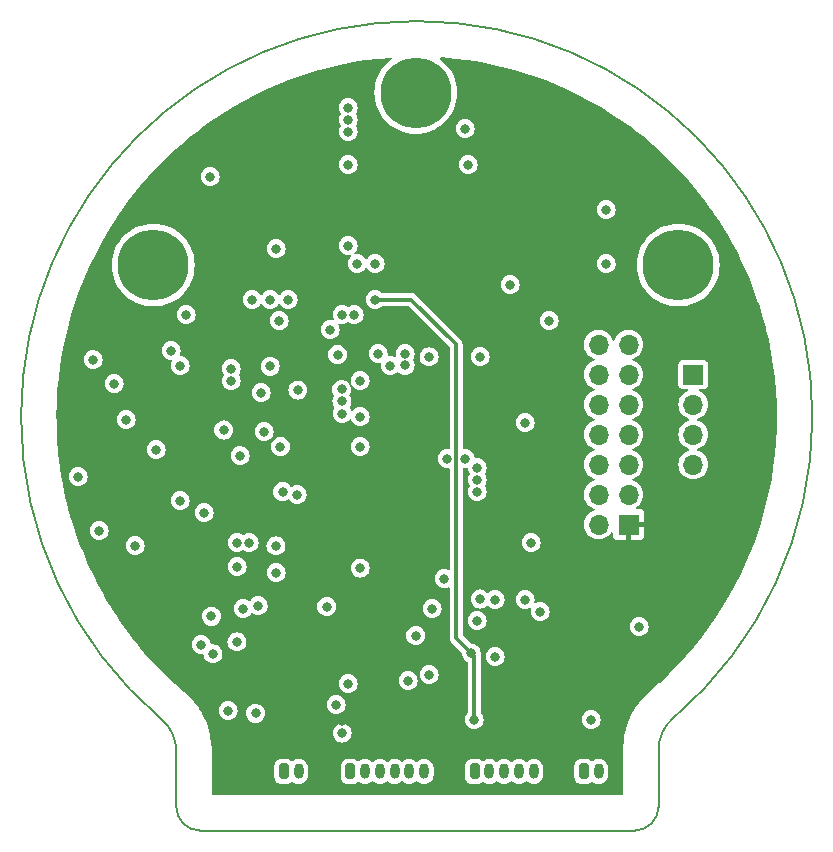
<source format=gbr>
%TF.GenerationSoftware,KiCad,Pcbnew,7.0.1*%
%TF.CreationDate,2023-12-24T22:53:40+03:00*%
%TF.ProjectId,_____ __________,1f3b3042-3020-4433-9f40-30323b353d38,rev?*%
%TF.SameCoordinates,Original*%
%TF.FileFunction,Copper,L5,Inr*%
%TF.FilePolarity,Positive*%
%FSLAX46Y46*%
G04 Gerber Fmt 4.6, Leading zero omitted, Abs format (unit mm)*
G04 Created by KiCad (PCBNEW 7.0.1) date 2023-12-24 22:53:40*
%MOMM*%
%LPD*%
G01*
G04 APERTURE LIST*
G04 Aperture macros list*
%AMRoundRect*
0 Rectangle with rounded corners*
0 $1 Rounding radius*
0 $2 $3 $4 $5 $6 $7 $8 $9 X,Y pos of 4 corners*
0 Add a 4 corners polygon primitive as box body*
4,1,4,$2,$3,$4,$5,$6,$7,$8,$9,$2,$3,0*
0 Add four circle primitives for the rounded corners*
1,1,$1+$1,$2,$3*
1,1,$1+$1,$4,$5*
1,1,$1+$1,$6,$7*
1,1,$1+$1,$8,$9*
0 Add four rect primitives between the rounded corners*
20,1,$1+$1,$2,$3,$4,$5,0*
20,1,$1+$1,$4,$5,$6,$7,0*
20,1,$1+$1,$6,$7,$8,$9,0*
20,1,$1+$1,$8,$9,$2,$3,0*%
G04 Aperture macros list end*
%TA.AperFunction,ComponentPad*%
%ADD10R,1.700000X1.700000*%
%TD*%
%TA.AperFunction,ComponentPad*%
%ADD11O,1.700000X1.700000*%
%TD*%
%TA.AperFunction,ComponentPad*%
%ADD12RoundRect,0.200000X-0.200000X-0.450000X0.200000X-0.450000X0.200000X0.450000X-0.200000X0.450000X0*%
%TD*%
%TA.AperFunction,ComponentPad*%
%ADD13O,0.800000X1.300000*%
%TD*%
%TA.AperFunction,ComponentPad*%
%ADD14C,6.000000*%
%TD*%
%TA.AperFunction,ViaPad*%
%ADD15C,0.800000*%
%TD*%
%TA.AperFunction,Conductor*%
%ADD16C,0.300000*%
%TD*%
%TA.AperFunction,Profile*%
%ADD17C,0.200000*%
%TD*%
G04 APERTURE END LIST*
D10*
%TO.N,GND*%
%TO.C,J10*%
X178054000Y-92202000D03*
D11*
%TO.N,SWCLK*%
X178054000Y-94742000D03*
%TO.N,SWDIO*%
X178054000Y-97282000D03*
%TO.N,Net-(D13-A)*%
X178054000Y-99822000D03*
%TD*%
D12*
%TO.N,CAN1L*%
%TO.C,J4*%
X168793000Y-125808000D03*
D13*
%TO.N,CAN1H*%
X170043000Y-125808000D03*
%TD*%
D14*
%TO.N,unconnected-(J3-Pin_1-Pad1)*%
%TO.C,J3*%
X132334000Y-82931000D03*
%TD*%
%TO.N,unconnected-(J1-Pin_1-Pad1)*%
%TO.C,J1*%
X176784000Y-82931000D03*
%TD*%
D12*
%TO.N,GND*%
%TO.C,J9*%
X149021000Y-125808000D03*
D13*
%TO.N,Digital_input2*%
X150271000Y-125808000D03*
%TO.N,Digital_input1*%
X151521000Y-125808000D03*
%TO.N,Analog_Input2*%
X152771000Y-125808000D03*
%TO.N,Analog_Input1*%
X154021000Y-125808000D03*
%TO.N,GNDA*%
X155271000Y-125808000D03*
%TD*%
D14*
%TO.N,unconnected-(J2-Pin_1-Pad1)*%
%TO.C,J2*%
X154559000Y-68326000D03*
%TD*%
D10*
%TO.N,+3.3V*%
%TO.C,J5*%
X172578000Y-104902000D03*
D11*
%TO.N,GND*%
X170038000Y-104902000D03*
%TO.N,Angle_Sensor_CS_MCU*%
X172578000Y-102362000D03*
%TO.N,Temp_Coil_C_MCU*%
X170038000Y-102362000D03*
%TO.N,Angle_Sensor_SCLK_MCU*%
X172578000Y-99822000D03*
%TO.N,Temp_Coil_B_MCU*%
X170038000Y-99822000D03*
%TO.N,Angle_Sensor_SDIO_MCU*%
X172578000Y-97282000D03*
%TO.N,Temp_Coil_A_MCU*%
X170038000Y-97282000D03*
%TO.N,OUT_MCU*%
X172578000Y-94742000D03*
%TO.N,Current_C_MCU*%
X170038000Y-94742000D03*
%TO.N,Current_B_MCU*%
X172578000Y-92202000D03*
%TO.N,Current_A_MCU*%
X170038000Y-92202000D03*
%TO.N,+3.3VA*%
X172578000Y-89662000D03*
%TO.N,GNDA*%
X170038000Y-89662000D03*
%TD*%
D12*
%TO.N,GND*%
%TO.C,J7*%
X159552000Y-125808000D03*
D13*
%TO.N,RS_485_Y*%
X160802000Y-125808000D03*
%TO.N,RS_485_Z*%
X162052000Y-125808000D03*
%TO.N,RS_485_B*%
X163302000Y-125808000D03*
%TO.N,RS_485_A*%
X164552000Y-125808000D03*
%TD*%
D12*
%TO.N,CAN2L*%
%TO.C,J6*%
X143393000Y-125808000D03*
D13*
%TO.N,CAN2H*%
X144643000Y-125808000D03*
%TD*%
D15*
%TO.N,GND*%
X138684000Y-120650000D03*
X151130000Y-82804000D03*
X136652000Y-103886000D03*
X148844000Y-118364000D03*
X138938000Y-91694000D03*
X173482000Y-113538000D03*
X125984000Y-100838000D03*
X159766000Y-102108000D03*
X161290000Y-116078000D03*
X142727561Y-106703516D03*
X148844000Y-81280000D03*
X133858000Y-90170000D03*
X137265023Y-112670977D03*
X143002000Y-87630000D03*
X141732000Y-97028000D03*
X159766000Y-101092000D03*
X148844000Y-74422000D03*
X154559000Y-114300000D03*
X165862000Y-87630000D03*
X162560000Y-84582000D03*
X138302647Y-96900646D03*
X142748000Y-81534000D03*
X127254000Y-90932000D03*
X160020000Y-90678000D03*
X147024477Y-111845477D03*
X132588000Y-98552000D03*
X169418000Y-121412000D03*
X159004000Y-74422000D03*
X147941673Y-90516500D03*
X164338000Y-106426000D03*
X159766000Y-100076000D03*
%TO.N,A*%
X139446000Y-108458000D03*
X156972000Y-109474000D03*
X141224000Y-111760000D03*
%TO.N,B*%
X144526000Y-102362000D03*
X139700000Y-99060000D03*
X157226000Y-99314000D03*
%TO.N,C*%
X137392023Y-115845977D03*
X149860000Y-108585000D03*
X147828000Y-120142000D03*
%TO.N,+24V*%
X170688000Y-82804000D03*
X159766000Y-113030000D03*
X130810000Y-106680000D03*
%TO.N,+12V*%
X141001682Y-120882379D03*
X134620000Y-102870000D03*
X148844000Y-71628000D03*
X148844000Y-70612000D03*
X136398000Y-115062000D03*
X142748000Y-108966000D03*
X158750000Y-71374000D03*
X148844000Y-69596000D03*
X143287454Y-102120500D03*
%TO.N,Enable*%
X138938000Y-92722500D03*
X140462000Y-106426000D03*
X141478000Y-93726000D03*
X139954000Y-112014000D03*
%TO.N,IN_A*%
X139446000Y-106426000D03*
%TO.N,IN_B*%
X143107023Y-98298000D03*
%TO.N,IN_C*%
X139424023Y-114829977D03*
%TO.N,+3.3V*%
X167640000Y-117602000D03*
X154686000Y-78232000D03*
X154686000Y-105537000D03*
X136764000Y-87234000D03*
X125349000Y-95123000D03*
X144018000Y-76708000D03*
X126746000Y-99060000D03*
X137414000Y-120650000D03*
X145542000Y-84836000D03*
X171958000Y-113538000D03*
X162560000Y-106426000D03*
X164084000Y-86614000D03*
X139700000Y-87122000D03*
X145034000Y-81280000D03*
X151130000Y-87122000D03*
X178054000Y-106172000D03*
X148336000Y-121539000D03*
X131826000Y-91186000D03*
%TO.N,NRST*%
X155689061Y-90708863D03*
%TO.N,Temp_Coil_C_MCU*%
X147320000Y-88392000D03*
%TO.N,Temp_Coil_B_MCU*%
X148336000Y-87122000D03*
%TO.N,Temp_Coil_A_MCU*%
X149352000Y-87122000D03*
%TO.N,Net-(R16-Pad2)*%
X134620000Y-91440000D03*
X148336000Y-122555000D03*
%TO.N,Current_C_MCU*%
X152400000Y-91440000D03*
%TO.N,Current_B_MCU*%
X153670000Y-91423503D03*
%TO.N,RS_485_RX_MCU*%
X161290000Y-111252000D03*
X163830000Y-111252000D03*
%TO.N,RS_485_Enable_MCU*%
X160032500Y-111207693D03*
X165100000Y-112268000D03*
%TO.N,Current_A_MCU*%
X153670000Y-90424000D03*
%TO.N,GNDA*%
X153924000Y-118110000D03*
X151384000Y-90424000D03*
X149606000Y-82804000D03*
%TO.N,+3.3VA*%
X159512000Y-121412000D03*
X159258500Y-115779546D03*
X151130000Y-85852000D03*
%TO.N,Temperature_Power_~{OS}_MCU*%
X143764000Y-85852000D03*
X149860000Y-92710000D03*
%TO.N,Temperature_Power_SCL_MCU*%
X140716000Y-85852000D03*
X149860000Y-95758000D03*
%TO.N,Temperature_Power_SDA_MCU*%
X149860000Y-98298000D03*
X142240000Y-85852000D03*
%TO.N,EEPROM_~{CS_MCU}*%
X142240000Y-91516500D03*
X129032000Y-92964000D03*
%TO.N,EEPROM_MOSI_MCU*%
X144581440Y-93516500D03*
X130048000Y-96012000D03*
%TO.N,Net-(U4-+)*%
X135128000Y-87122000D03*
%TO.N,Net-(D4-COM)*%
X155702000Y-117602000D03*
X148313669Y-94465669D03*
%TO.N,Net-(U10-+)*%
X127762000Y-105410000D03*
%TO.N,Net-(D7-K)*%
X170688000Y-78232000D03*
%TO.N,Net-(D8-K)*%
X137160000Y-75438000D03*
%TO.N,Net-(U7-PC4)*%
X158750000Y-99314000D03*
X163830000Y-96266000D03*
X148286582Y-93466536D03*
%TO.N,Net-(D14-COM)*%
X155956000Y-112014000D03*
X148336000Y-95504000D03*
%TD*%
D16*
%TO.N,+3.3VA*%
X159512000Y-121412000D02*
X159512000Y-116033046D01*
X159512000Y-116033046D02*
X159258500Y-115779546D01*
X159258500Y-115779546D02*
X157976000Y-114497046D01*
X157976000Y-89650000D02*
X154178000Y-85852000D01*
X157976000Y-114497046D02*
X157976000Y-89650000D01*
X154178000Y-85852000D02*
X151130000Y-85852000D01*
%TD*%
%TA.AperFunction,Conductor*%
%TO.N,+3.3V*%
G36*
X156816768Y-65360185D02*
G01*
X156819399Y-65360373D01*
X157901208Y-65457182D01*
X157903788Y-65457459D01*
X158981500Y-65592824D01*
X158984080Y-65593195D01*
X160056250Y-65766936D01*
X160058828Y-65767401D01*
X161124133Y-65979303D01*
X161126626Y-65979845D01*
X162183750Y-66229650D01*
X162186243Y-66230287D01*
X163233700Y-66517643D01*
X163236211Y-66518380D01*
X164272756Y-66842943D01*
X164275193Y-66843753D01*
X165299514Y-67205113D01*
X165301952Y-67206023D01*
X166312702Y-67603704D01*
X166315124Y-67604708D01*
X167311038Y-68038214D01*
X167313393Y-68039290D01*
X168293180Y-68508056D01*
X168295488Y-68509210D01*
X169257976Y-69012680D01*
X169260244Y-69013918D01*
X170204123Y-69551404D01*
X170206337Y-69552717D01*
X171130440Y-70123556D01*
X171132609Y-70124950D01*
X172035738Y-70728402D01*
X172037881Y-70729890D01*
X172918867Y-71365171D01*
X172920956Y-71366734D01*
X173257282Y-71628000D01*
X173778715Y-72033062D01*
X173780751Y-72034702D01*
X174614197Y-72731235D01*
X174616160Y-72732936D01*
X175424175Y-73458737D01*
X175426109Y-73460537D01*
X176207714Y-74214725D01*
X176209572Y-74216583D01*
X176407783Y-74421999D01*
X176963770Y-74998198D01*
X176965570Y-75000132D01*
X177691371Y-75808147D01*
X177693076Y-75810114D01*
X178389588Y-76643535D01*
X178391245Y-76645592D01*
X179057563Y-77503338D01*
X179059143Y-77505449D01*
X179583060Y-78232000D01*
X179694407Y-78386412D01*
X179695913Y-78388581D01*
X179824832Y-78581522D01*
X180299340Y-79291672D01*
X180300760Y-79293882D01*
X180844417Y-80173982D01*
X180871572Y-80217941D01*
X180872913Y-80220201D01*
X181335038Y-81031739D01*
X181410375Y-81164038D01*
X181411638Y-81166350D01*
X181888624Y-82078211D01*
X181915083Y-82128792D01*
X181916262Y-82131150D01*
X182123637Y-82564592D01*
X182385006Y-83110890D01*
X182386104Y-83113293D01*
X182819595Y-84109174D01*
X182820606Y-84111614D01*
X183218277Y-85122336D01*
X183219200Y-85124811D01*
X183580542Y-86149080D01*
X183581376Y-86151587D01*
X183905923Y-87188084D01*
X183906667Y-87190618D01*
X184194011Y-88238031D01*
X184194665Y-88240591D01*
X184240738Y-88435564D01*
X184441082Y-89283378D01*
X184444452Y-89297637D01*
X184445013Y-89300218D01*
X184656904Y-90365468D01*
X184657373Y-90368068D01*
X184831109Y-91440210D01*
X184831485Y-91442825D01*
X184966845Y-92520496D01*
X184967127Y-92523122D01*
X185063933Y-93604906D01*
X185064122Y-93607541D01*
X185122258Y-94692136D01*
X185122352Y-94694776D01*
X185141738Y-95780735D01*
X185141739Y-95783337D01*
X185123495Y-96836826D01*
X185123406Y-96839387D01*
X185068696Y-97891597D01*
X185068519Y-97894154D01*
X184977405Y-98943875D01*
X184977139Y-98946424D01*
X184849735Y-99992342D01*
X184849381Y-99994880D01*
X184685841Y-101035744D01*
X184685400Y-101038268D01*
X184485911Y-102072882D01*
X184485382Y-102075390D01*
X184250194Y-103102450D01*
X184249579Y-103104938D01*
X183978968Y-104123247D01*
X183978267Y-104125711D01*
X183672562Y-105134033D01*
X183671776Y-105136473D01*
X183331334Y-106133621D01*
X183330464Y-106136031D01*
X182955706Y-107120779D01*
X182954753Y-107123158D01*
X182546130Y-108094318D01*
X182545096Y-108096663D01*
X182103062Y-109053159D01*
X182101946Y-109055466D01*
X181627093Y-109996013D01*
X181625899Y-109998280D01*
X181118751Y-110921845D01*
X181117479Y-110924070D01*
X180578639Y-111829547D01*
X180577290Y-111831726D01*
X180007446Y-112717967D01*
X180006023Y-112720098D01*
X179405828Y-113586084D01*
X179404332Y-113588165D01*
X178774501Y-114432867D01*
X178772934Y-114434894D01*
X178114248Y-115257258D01*
X178112612Y-115259230D01*
X177425840Y-116058305D01*
X177424136Y-116060220D01*
X176710098Y-116835045D01*
X176708329Y-116836899D01*
X175967906Y-117586520D01*
X175966074Y-117588312D01*
X175200123Y-118311861D01*
X175198230Y-118313588D01*
X174408298Y-119009641D01*
X174407330Y-119010479D01*
X174227913Y-119163143D01*
X173893399Y-119492209D01*
X173583559Y-119844435D01*
X173583488Y-119844516D01*
X173450132Y-120020184D01*
X173299766Y-120218259D01*
X173043736Y-120611456D01*
X172816700Y-121022112D01*
X172619861Y-121448050D01*
X172454232Y-121887078D01*
X172320684Y-122336885D01*
X172219902Y-122795161D01*
X172152413Y-123259522D01*
X172118573Y-123727512D01*
X172118573Y-123962132D01*
X172118566Y-124134733D01*
X172118573Y-124134858D01*
X172118573Y-127735500D01*
X172108659Y-127772500D01*
X172081573Y-127799586D01*
X172044573Y-127809500D01*
X154700346Y-127809501D01*
X137356118Y-127809501D01*
X137319119Y-127799588D01*
X137292033Y-127772502D01*
X137282119Y-127735502D01*
X137282119Y-126297360D01*
X142592500Y-126297360D01*
X142607956Y-126414761D01*
X142668464Y-126560842D01*
X142711866Y-126617404D01*
X142764718Y-126686282D01*
X142846455Y-126749001D01*
X142890157Y-126782535D01*
X142890158Y-126782535D01*
X142890159Y-126782536D01*
X143036238Y-126843044D01*
X143153639Y-126858500D01*
X143632360Y-126858499D01*
X143749762Y-126843044D01*
X143895841Y-126782536D01*
X144021282Y-126686282D01*
X144021281Y-126686282D01*
X144029012Y-126680351D01*
X144029188Y-126680581D01*
X144054511Y-126662014D01*
X144095837Y-126659305D01*
X144132147Y-126679225D01*
X144140739Y-126687817D01*
X144293478Y-126783790D01*
X144463740Y-126843367D01*
X144463743Y-126843367D01*
X144463745Y-126843368D01*
X144643000Y-126863565D01*
X144822255Y-126843368D01*
X144822257Y-126843367D01*
X144822259Y-126843367D01*
X144992521Y-126783790D01*
X145145260Y-126687817D01*
X145145259Y-126687817D01*
X145145262Y-126687816D01*
X145272816Y-126560262D01*
X145364240Y-126414762D01*
X145368790Y-126407521D01*
X145407337Y-126297360D01*
X148220500Y-126297360D01*
X148235956Y-126414761D01*
X148296464Y-126560842D01*
X148339866Y-126617404D01*
X148392718Y-126686282D01*
X148474455Y-126749001D01*
X148518157Y-126782535D01*
X148518158Y-126782535D01*
X148518159Y-126782536D01*
X148664238Y-126843044D01*
X148781639Y-126858500D01*
X149260360Y-126858499D01*
X149377762Y-126843044D01*
X149523841Y-126782536D01*
X149649282Y-126686282D01*
X149649281Y-126686282D01*
X149657012Y-126680351D01*
X149657188Y-126680581D01*
X149682511Y-126662014D01*
X149723837Y-126659305D01*
X149760147Y-126679225D01*
X149768739Y-126687817D01*
X149921478Y-126783790D01*
X150091740Y-126843367D01*
X150091743Y-126843367D01*
X150091745Y-126843368D01*
X150271000Y-126863565D01*
X150450255Y-126843368D01*
X150450257Y-126843367D01*
X150450259Y-126843367D01*
X150620521Y-126783790D01*
X150773260Y-126687817D01*
X150773259Y-126687817D01*
X150773262Y-126687816D01*
X150843674Y-126617404D01*
X150876847Y-126598251D01*
X150915153Y-126598251D01*
X150948326Y-126617404D01*
X151018739Y-126687817D01*
X151171478Y-126783790D01*
X151341740Y-126843367D01*
X151341743Y-126843367D01*
X151341745Y-126843368D01*
X151521000Y-126863565D01*
X151700255Y-126843368D01*
X151700257Y-126843367D01*
X151700259Y-126843367D01*
X151870521Y-126783790D01*
X152023260Y-126687817D01*
X152023259Y-126687817D01*
X152023262Y-126687816D01*
X152093674Y-126617404D01*
X152126847Y-126598251D01*
X152165153Y-126598251D01*
X152198326Y-126617404D01*
X152268739Y-126687817D01*
X152421478Y-126783790D01*
X152591740Y-126843367D01*
X152591743Y-126843367D01*
X152591745Y-126843368D01*
X152771000Y-126863565D01*
X152950255Y-126843368D01*
X152950257Y-126843367D01*
X152950259Y-126843367D01*
X153120521Y-126783790D01*
X153273260Y-126687817D01*
X153273259Y-126687817D01*
X153273262Y-126687816D01*
X153343674Y-126617404D01*
X153376847Y-126598251D01*
X153415153Y-126598251D01*
X153448326Y-126617404D01*
X153518739Y-126687817D01*
X153671478Y-126783790D01*
X153841740Y-126843367D01*
X153841743Y-126843367D01*
X153841745Y-126843368D01*
X154021000Y-126863565D01*
X154200255Y-126843368D01*
X154200257Y-126843367D01*
X154200259Y-126843367D01*
X154370521Y-126783790D01*
X154523260Y-126687817D01*
X154523259Y-126687817D01*
X154523262Y-126687816D01*
X154593674Y-126617404D01*
X154626847Y-126598251D01*
X154665153Y-126598251D01*
X154698326Y-126617404D01*
X154768739Y-126687817D01*
X154921478Y-126783790D01*
X155091740Y-126843367D01*
X155091743Y-126843367D01*
X155091745Y-126843368D01*
X155271000Y-126863565D01*
X155450255Y-126843368D01*
X155450257Y-126843367D01*
X155450259Y-126843367D01*
X155620521Y-126783790D01*
X155773260Y-126687817D01*
X155773259Y-126687817D01*
X155773262Y-126687816D01*
X155900816Y-126560262D01*
X155992240Y-126414762D01*
X155996790Y-126407521D01*
X156035337Y-126297360D01*
X158751500Y-126297360D01*
X158766956Y-126414761D01*
X158827464Y-126560842D01*
X158870866Y-126617404D01*
X158923718Y-126686282D01*
X159005455Y-126749001D01*
X159049157Y-126782535D01*
X159049158Y-126782535D01*
X159049159Y-126782536D01*
X159195238Y-126843044D01*
X159312639Y-126858500D01*
X159791360Y-126858499D01*
X159908762Y-126843044D01*
X160054841Y-126782536D01*
X160180282Y-126686282D01*
X160180281Y-126686282D01*
X160188012Y-126680351D01*
X160188188Y-126680581D01*
X160213511Y-126662014D01*
X160254837Y-126659305D01*
X160291147Y-126679225D01*
X160299739Y-126687817D01*
X160452478Y-126783790D01*
X160622740Y-126843367D01*
X160622743Y-126843367D01*
X160622745Y-126843368D01*
X160802000Y-126863565D01*
X160981255Y-126843368D01*
X160981257Y-126843367D01*
X160981259Y-126843367D01*
X161151521Y-126783790D01*
X161304260Y-126687817D01*
X161304259Y-126687817D01*
X161304262Y-126687816D01*
X161374674Y-126617404D01*
X161407847Y-126598251D01*
X161446153Y-126598251D01*
X161479326Y-126617404D01*
X161549739Y-126687817D01*
X161702478Y-126783790D01*
X161872740Y-126843367D01*
X161872743Y-126843367D01*
X161872745Y-126843368D01*
X162052000Y-126863565D01*
X162231255Y-126843368D01*
X162231257Y-126843367D01*
X162231259Y-126843367D01*
X162401521Y-126783790D01*
X162554260Y-126687817D01*
X162554259Y-126687817D01*
X162554262Y-126687816D01*
X162624674Y-126617404D01*
X162657847Y-126598251D01*
X162696153Y-126598251D01*
X162729326Y-126617404D01*
X162799739Y-126687817D01*
X162952478Y-126783790D01*
X163122740Y-126843367D01*
X163122743Y-126843367D01*
X163122745Y-126843368D01*
X163302000Y-126863565D01*
X163481255Y-126843368D01*
X163481257Y-126843367D01*
X163481259Y-126843367D01*
X163651521Y-126783790D01*
X163804260Y-126687817D01*
X163804259Y-126687817D01*
X163804262Y-126687816D01*
X163874674Y-126617404D01*
X163907847Y-126598251D01*
X163946153Y-126598251D01*
X163979326Y-126617404D01*
X164049739Y-126687817D01*
X164202478Y-126783790D01*
X164372740Y-126843367D01*
X164372743Y-126843367D01*
X164372745Y-126843368D01*
X164552000Y-126863565D01*
X164731255Y-126843368D01*
X164731257Y-126843367D01*
X164731259Y-126843367D01*
X164901521Y-126783790D01*
X165054260Y-126687817D01*
X165054259Y-126687817D01*
X165054262Y-126687816D01*
X165181816Y-126560262D01*
X165273240Y-126414762D01*
X165277790Y-126407521D01*
X165316337Y-126297360D01*
X167992500Y-126297360D01*
X168007956Y-126414761D01*
X168068464Y-126560842D01*
X168111866Y-126617404D01*
X168164718Y-126686282D01*
X168246455Y-126749001D01*
X168290157Y-126782535D01*
X168290158Y-126782535D01*
X168290159Y-126782536D01*
X168436238Y-126843044D01*
X168553639Y-126858500D01*
X169032360Y-126858499D01*
X169149762Y-126843044D01*
X169295841Y-126782536D01*
X169421282Y-126686282D01*
X169421281Y-126686282D01*
X169429012Y-126680351D01*
X169429188Y-126680581D01*
X169454511Y-126662014D01*
X169495837Y-126659305D01*
X169532147Y-126679225D01*
X169540739Y-126687817D01*
X169693478Y-126783790D01*
X169863740Y-126843367D01*
X169863743Y-126843367D01*
X169863745Y-126843368D01*
X170043000Y-126863565D01*
X170222255Y-126843368D01*
X170222257Y-126843367D01*
X170222259Y-126843367D01*
X170392521Y-126783790D01*
X170545260Y-126687817D01*
X170545259Y-126687817D01*
X170545262Y-126687816D01*
X170672816Y-126560262D01*
X170764240Y-126414762D01*
X170768790Y-126407521D01*
X170828367Y-126237258D01*
X170828367Y-126237257D01*
X170828368Y-126237255D01*
X170843500Y-126102954D01*
X170843500Y-125513046D01*
X170828368Y-125378745D01*
X170828367Y-125378741D01*
X170768790Y-125208478D01*
X170672817Y-125055739D01*
X170545260Y-124928182D01*
X170392521Y-124832209D01*
X170222259Y-124772632D01*
X170043000Y-124752435D01*
X169863740Y-124772632D01*
X169693478Y-124832209D01*
X169540738Y-124928183D01*
X169532144Y-124936777D01*
X169495835Y-124956695D01*
X169454509Y-124953986D01*
X169429187Y-124935418D01*
X169429011Y-124935649D01*
X169419281Y-124928183D01*
X169387623Y-124903890D01*
X169295842Y-124833464D01*
X169149762Y-124772956D01*
X169147301Y-124772632D01*
X169032360Y-124757500D01*
X168553639Y-124757500D01*
X168436238Y-124772956D01*
X168290157Y-124833464D01*
X168164718Y-124929718D01*
X168068464Y-125055157D01*
X168007956Y-125201237D01*
X167992500Y-125318639D01*
X167992500Y-126297360D01*
X165316337Y-126297360D01*
X165337367Y-126237258D01*
X165337367Y-126237257D01*
X165337368Y-126237255D01*
X165352500Y-126102954D01*
X165352500Y-125513046D01*
X165337368Y-125378745D01*
X165337367Y-125378741D01*
X165277790Y-125208478D01*
X165181817Y-125055739D01*
X165054260Y-124928182D01*
X164901521Y-124832209D01*
X164731259Y-124772632D01*
X164552000Y-124752435D01*
X164372740Y-124772632D01*
X164202478Y-124832209D01*
X164049739Y-124928182D01*
X163979326Y-124998596D01*
X163946153Y-125017749D01*
X163907847Y-125017749D01*
X163874674Y-124998596D01*
X163804260Y-124928182D01*
X163651521Y-124832209D01*
X163481259Y-124772632D01*
X163302000Y-124752435D01*
X163122740Y-124772632D01*
X162952478Y-124832209D01*
X162799739Y-124928182D01*
X162729326Y-124998596D01*
X162696153Y-125017749D01*
X162657847Y-125017749D01*
X162624674Y-124998596D01*
X162554260Y-124928182D01*
X162401521Y-124832209D01*
X162231259Y-124772632D01*
X162052000Y-124752435D01*
X161872740Y-124772632D01*
X161702478Y-124832209D01*
X161549739Y-124928182D01*
X161479326Y-124998596D01*
X161446153Y-125017749D01*
X161407847Y-125017749D01*
X161374674Y-124998596D01*
X161304260Y-124928182D01*
X161151521Y-124832209D01*
X160981259Y-124772632D01*
X160802000Y-124752435D01*
X160622740Y-124772632D01*
X160452478Y-124832209D01*
X160299738Y-124928183D01*
X160291144Y-124936777D01*
X160254835Y-124956695D01*
X160213509Y-124953986D01*
X160188187Y-124935418D01*
X160188011Y-124935649D01*
X160178281Y-124928183D01*
X160146623Y-124903890D01*
X160054842Y-124833464D01*
X159908762Y-124772956D01*
X159906301Y-124772632D01*
X159791360Y-124757500D01*
X159312639Y-124757500D01*
X159195238Y-124772956D01*
X159049157Y-124833464D01*
X158923718Y-124929718D01*
X158827464Y-125055157D01*
X158766956Y-125201237D01*
X158751500Y-125318639D01*
X158751500Y-126297360D01*
X156035337Y-126297360D01*
X156056367Y-126237258D01*
X156056367Y-126237257D01*
X156056368Y-126237255D01*
X156071500Y-126102954D01*
X156071500Y-125513046D01*
X156056368Y-125378745D01*
X156056367Y-125378741D01*
X155996790Y-125208478D01*
X155900817Y-125055739D01*
X155773260Y-124928182D01*
X155620521Y-124832209D01*
X155450259Y-124772632D01*
X155271000Y-124752435D01*
X155091740Y-124772632D01*
X154921478Y-124832209D01*
X154768739Y-124928182D01*
X154698326Y-124998596D01*
X154665153Y-125017749D01*
X154626847Y-125017749D01*
X154593674Y-124998596D01*
X154523260Y-124928182D01*
X154370521Y-124832209D01*
X154200259Y-124772632D01*
X154021000Y-124752435D01*
X153841740Y-124772632D01*
X153671478Y-124832209D01*
X153518739Y-124928182D01*
X153448326Y-124998596D01*
X153415153Y-125017749D01*
X153376847Y-125017749D01*
X153343674Y-124998596D01*
X153273260Y-124928182D01*
X153120521Y-124832209D01*
X152950259Y-124772632D01*
X152771000Y-124752435D01*
X152591740Y-124772632D01*
X152421478Y-124832209D01*
X152268739Y-124928182D01*
X152198326Y-124998596D01*
X152165153Y-125017749D01*
X152126847Y-125017749D01*
X152093674Y-124998596D01*
X152023260Y-124928182D01*
X151870521Y-124832209D01*
X151700259Y-124772632D01*
X151521000Y-124752435D01*
X151341740Y-124772632D01*
X151171478Y-124832209D01*
X151018739Y-124928182D01*
X150948326Y-124998596D01*
X150915153Y-125017749D01*
X150876847Y-125017749D01*
X150843674Y-124998596D01*
X150773260Y-124928182D01*
X150620521Y-124832209D01*
X150450259Y-124772632D01*
X150271000Y-124752435D01*
X150091740Y-124772632D01*
X149921478Y-124832209D01*
X149768738Y-124928183D01*
X149760144Y-124936777D01*
X149723835Y-124956695D01*
X149682509Y-124953986D01*
X149657187Y-124935418D01*
X149657011Y-124935649D01*
X149647281Y-124928183D01*
X149615623Y-124903890D01*
X149523842Y-124833464D01*
X149377762Y-124772956D01*
X149375301Y-124772632D01*
X149260360Y-124757500D01*
X148781639Y-124757500D01*
X148664238Y-124772956D01*
X148518157Y-124833464D01*
X148392718Y-124929718D01*
X148296464Y-125055157D01*
X148235956Y-125201237D01*
X148220500Y-125318639D01*
X148220500Y-126297360D01*
X145407337Y-126297360D01*
X145428367Y-126237258D01*
X145428367Y-126237257D01*
X145428368Y-126237255D01*
X145443500Y-126102954D01*
X145443500Y-125513046D01*
X145428368Y-125378745D01*
X145428367Y-125378741D01*
X145368790Y-125208478D01*
X145272817Y-125055739D01*
X145145260Y-124928182D01*
X144992521Y-124832209D01*
X144822259Y-124772632D01*
X144643000Y-124752435D01*
X144463740Y-124772632D01*
X144293478Y-124832209D01*
X144140738Y-124928183D01*
X144132144Y-124936777D01*
X144095835Y-124956695D01*
X144054509Y-124953986D01*
X144029187Y-124935418D01*
X144029011Y-124935649D01*
X144019281Y-124928183D01*
X143987623Y-124903890D01*
X143895842Y-124833464D01*
X143749762Y-124772956D01*
X143747301Y-124772632D01*
X143632360Y-124757500D01*
X143153639Y-124757500D01*
X143036238Y-124772956D01*
X142890157Y-124833464D01*
X142764718Y-124929718D01*
X142668464Y-125055157D01*
X142607956Y-125201237D01*
X142592500Y-125318639D01*
X142592500Y-126297360D01*
X137282119Y-126297360D01*
X137282119Y-123975063D01*
X137282101Y-123974517D01*
X137282154Y-123829975D01*
X137248236Y-123359631D01*
X137180358Y-122892977D01*
X137105879Y-122555000D01*
X147530435Y-122555000D01*
X147550632Y-122734259D01*
X147610209Y-122904521D01*
X147706182Y-123057260D01*
X147833739Y-123184817D01*
X147986478Y-123280790D01*
X148156740Y-123340367D01*
X148156743Y-123340367D01*
X148156745Y-123340368D01*
X148336000Y-123360565D01*
X148515255Y-123340368D01*
X148515257Y-123340367D01*
X148515259Y-123340367D01*
X148685521Y-123280790D01*
X148838260Y-123184817D01*
X148838259Y-123184817D01*
X148838262Y-123184816D01*
X148965816Y-123057262D01*
X149061789Y-122904522D01*
X149061790Y-122904521D01*
X149121367Y-122734259D01*
X149121367Y-122734257D01*
X149121368Y-122734255D01*
X149141565Y-122555000D01*
X149121368Y-122375745D01*
X149121367Y-122375743D01*
X149121367Y-122375740D01*
X149061790Y-122205478D01*
X148965817Y-122052739D01*
X148838260Y-121925182D01*
X148685521Y-121829209D01*
X148515259Y-121769632D01*
X148336000Y-121749435D01*
X148156740Y-121769632D01*
X147986478Y-121829209D01*
X147833739Y-121925182D01*
X147706182Y-122052739D01*
X147610209Y-122205478D01*
X147550632Y-122375740D01*
X147530435Y-122555000D01*
X137105879Y-122555000D01*
X137078875Y-122432461D01*
X136944320Y-121980501D01*
X136777399Y-121539467D01*
X136578987Y-121111675D01*
X136350127Y-120699368D01*
X136317840Y-120650000D01*
X136317839Y-120649999D01*
X137878435Y-120649999D01*
X137898632Y-120829259D01*
X137958209Y-120999521D01*
X138054182Y-121152260D01*
X138181739Y-121279817D01*
X138334478Y-121375790D01*
X138504740Y-121435367D01*
X138504743Y-121435367D01*
X138504745Y-121435368D01*
X138684000Y-121455565D01*
X138863255Y-121435368D01*
X138863257Y-121435367D01*
X138863259Y-121435367D01*
X139033521Y-121375790D01*
X139186260Y-121279817D01*
X139186259Y-121279817D01*
X139186262Y-121279816D01*
X139313816Y-121152262D01*
X139370759Y-121061638D01*
X139409790Y-120999521D01*
X139450780Y-120882378D01*
X140196117Y-120882378D01*
X140216314Y-121061638D01*
X140275891Y-121231900D01*
X140371864Y-121384639D01*
X140499421Y-121512196D01*
X140652160Y-121608169D01*
X140822422Y-121667746D01*
X140822425Y-121667746D01*
X140822427Y-121667747D01*
X141001682Y-121687944D01*
X141180937Y-121667747D01*
X141180939Y-121667746D01*
X141180941Y-121667746D01*
X141351203Y-121608169D01*
X141503942Y-121512196D01*
X141503941Y-121512196D01*
X141503944Y-121512195D01*
X141631498Y-121384641D01*
X141670705Y-121322243D01*
X141727472Y-121231900D01*
X141787049Y-121061638D01*
X141787049Y-121061636D01*
X141787050Y-121061634D01*
X141807247Y-120882379D01*
X141787050Y-120703124D01*
X141787049Y-120703122D01*
X141787049Y-120703119D01*
X141727472Y-120532857D01*
X141631499Y-120380118D01*
X141503942Y-120252561D01*
X141351203Y-120156588D01*
X141309513Y-120142000D01*
X147022435Y-120142000D01*
X147042632Y-120321259D01*
X147102209Y-120491521D01*
X147198182Y-120644260D01*
X147325739Y-120771817D01*
X147478478Y-120867790D01*
X147648740Y-120927367D01*
X147648743Y-120927367D01*
X147648745Y-120927368D01*
X147828000Y-120947565D01*
X148007255Y-120927368D01*
X148007257Y-120927367D01*
X148007259Y-120927367D01*
X148177521Y-120867790D01*
X148267864Y-120811023D01*
X148330262Y-120771816D01*
X148457816Y-120644262D01*
X148497023Y-120581864D01*
X148553790Y-120491521D01*
X148613367Y-120321259D01*
X148613367Y-120321257D01*
X148613368Y-120321255D01*
X148633565Y-120142000D01*
X148613368Y-119962745D01*
X148613367Y-119962743D01*
X148613367Y-119962740D01*
X148553790Y-119792478D01*
X148457817Y-119639739D01*
X148330260Y-119512182D01*
X148177521Y-119416209D01*
X148007259Y-119356632D01*
X147828000Y-119336435D01*
X147648740Y-119356632D01*
X147478478Y-119416209D01*
X147325739Y-119512182D01*
X147198182Y-119639739D01*
X147102209Y-119792478D01*
X147042632Y-119962740D01*
X147022435Y-120142000D01*
X141309513Y-120142000D01*
X141180941Y-120097011D01*
X141001682Y-120076814D01*
X140822422Y-120097011D01*
X140652160Y-120156588D01*
X140499421Y-120252561D01*
X140371864Y-120380118D01*
X140275891Y-120532857D01*
X140216314Y-120703119D01*
X140196117Y-120882378D01*
X139450780Y-120882378D01*
X139469367Y-120829259D01*
X139469367Y-120829257D01*
X139469368Y-120829255D01*
X139489565Y-120650000D01*
X139469368Y-120470745D01*
X139469367Y-120470743D01*
X139469367Y-120470740D01*
X139409790Y-120300478D01*
X139313817Y-120147739D01*
X139186260Y-120020182D01*
X139033521Y-119924209D01*
X138863259Y-119864632D01*
X138684000Y-119844435D01*
X138504740Y-119864632D01*
X138334478Y-119924209D01*
X138181739Y-120020182D01*
X138054182Y-120147739D01*
X137958209Y-120300478D01*
X137898632Y-120470740D01*
X137878435Y-120649999D01*
X136317839Y-120649999D01*
X136092021Y-120304714D01*
X135806017Y-119929776D01*
X135493629Y-119576537D01*
X135493623Y-119576530D01*
X135156476Y-119246825D01*
X135107297Y-119205242D01*
X135104960Y-119203032D01*
X134975347Y-119093674D01*
X134975258Y-119093599D01*
X134974711Y-119093136D01*
X134973823Y-119092372D01*
X134176148Y-118395234D01*
X134174239Y-118393506D01*
X134142759Y-118364000D01*
X148038435Y-118364000D01*
X148058632Y-118543259D01*
X148118209Y-118713521D01*
X148214182Y-118866260D01*
X148341739Y-118993817D01*
X148494478Y-119089790D01*
X148664740Y-119149367D01*
X148664743Y-119149367D01*
X148664745Y-119149368D01*
X148844000Y-119169565D01*
X149023255Y-119149368D01*
X149023257Y-119149367D01*
X149023259Y-119149367D01*
X149193521Y-119089790D01*
X149318742Y-119011108D01*
X149346262Y-118993816D01*
X149473816Y-118866262D01*
X149553267Y-118739817D01*
X149569790Y-118713521D01*
X149629367Y-118543259D01*
X149629367Y-118543257D01*
X149629368Y-118543255D01*
X149649565Y-118364000D01*
X149629368Y-118184745D01*
X149629367Y-118184743D01*
X149629367Y-118184740D01*
X149603214Y-118109999D01*
X153118435Y-118109999D01*
X153138632Y-118289259D01*
X153198209Y-118459521D01*
X153294182Y-118612260D01*
X153421739Y-118739817D01*
X153574478Y-118835790D01*
X153744740Y-118895367D01*
X153744743Y-118895367D01*
X153744745Y-118895368D01*
X153924000Y-118915565D01*
X154103255Y-118895368D01*
X154103257Y-118895367D01*
X154103259Y-118895367D01*
X154273521Y-118835790D01*
X154426260Y-118739817D01*
X154426259Y-118739817D01*
X154426262Y-118739816D01*
X154553816Y-118612262D01*
X154649789Y-118459522D01*
X154649790Y-118459521D01*
X154709367Y-118289259D01*
X154709367Y-118289257D01*
X154709368Y-118289255D01*
X154729565Y-118110000D01*
X154709368Y-117930745D01*
X154709367Y-117930743D01*
X154709367Y-117930740D01*
X154649790Y-117760478D01*
X154553817Y-117607739D01*
X154548077Y-117601999D01*
X154896435Y-117601999D01*
X154916632Y-117781259D01*
X154976209Y-117951521D01*
X155072182Y-118104260D01*
X155199739Y-118231817D01*
X155352478Y-118327790D01*
X155522740Y-118387367D01*
X155522743Y-118387367D01*
X155522745Y-118387368D01*
X155702000Y-118407565D01*
X155881255Y-118387368D01*
X155881257Y-118387367D01*
X155881259Y-118387367D01*
X156051521Y-118327790D01*
X156204260Y-118231817D01*
X156204259Y-118231817D01*
X156204262Y-118231816D01*
X156331816Y-118104262D01*
X156427789Y-117951522D01*
X156427790Y-117951521D01*
X156487367Y-117781259D01*
X156487367Y-117781257D01*
X156487368Y-117781255D01*
X156507565Y-117602000D01*
X156487368Y-117422745D01*
X156487367Y-117422743D01*
X156487367Y-117422740D01*
X156427790Y-117252478D01*
X156331817Y-117099739D01*
X156204260Y-116972182D01*
X156051521Y-116876209D01*
X155881259Y-116816632D01*
X155737851Y-116800474D01*
X155702000Y-116796435D01*
X155701999Y-116796435D01*
X155522740Y-116816632D01*
X155352478Y-116876209D01*
X155199739Y-116972182D01*
X155072182Y-117099739D01*
X154976209Y-117252478D01*
X154916632Y-117422740D01*
X154896435Y-117601999D01*
X154548077Y-117601999D01*
X154426260Y-117480182D01*
X154273521Y-117384209D01*
X154103259Y-117324632D01*
X153924000Y-117304435D01*
X153744740Y-117324632D01*
X153574478Y-117384209D01*
X153421739Y-117480182D01*
X153294182Y-117607739D01*
X153198209Y-117760478D01*
X153138632Y-117930740D01*
X153118435Y-118109999D01*
X149603214Y-118109999D01*
X149569790Y-118014478D01*
X149473817Y-117861739D01*
X149346260Y-117734182D01*
X149193521Y-117638209D01*
X149023259Y-117578632D01*
X148879850Y-117562474D01*
X148844000Y-117558435D01*
X148843999Y-117558435D01*
X148664740Y-117578632D01*
X148494478Y-117638209D01*
X148341739Y-117734182D01*
X148214182Y-117861739D01*
X148118209Y-118014478D01*
X148058632Y-118184740D01*
X148038435Y-118364000D01*
X134142759Y-118364000D01*
X133401795Y-117669501D01*
X133399948Y-117667708D01*
X132653190Y-116917297D01*
X132651405Y-116915441D01*
X131931150Y-116139442D01*
X131929432Y-116137524D01*
X131590001Y-115745296D01*
X131236647Y-115336978D01*
X131235024Y-115335036D01*
X131014878Y-115062000D01*
X135592435Y-115062000D01*
X135612632Y-115241259D01*
X135672209Y-115411521D01*
X135768182Y-115564260D01*
X135895739Y-115691817D01*
X136048478Y-115787790D01*
X136218740Y-115847367D01*
X136218743Y-115847367D01*
X136218745Y-115847368D01*
X136398000Y-115867565D01*
X136512965Y-115854611D01*
X136550839Y-115860320D01*
X136580787Y-115884203D01*
X136594782Y-115919860D01*
X136606655Y-116025236D01*
X136666232Y-116195498D01*
X136762205Y-116348237D01*
X136889762Y-116475794D01*
X137042501Y-116571767D01*
X137212763Y-116631344D01*
X137212766Y-116631344D01*
X137212768Y-116631345D01*
X137392023Y-116651542D01*
X137571278Y-116631345D01*
X137571280Y-116631344D01*
X137571282Y-116631344D01*
X137741544Y-116571767D01*
X137894283Y-116475794D01*
X137894282Y-116475794D01*
X137894285Y-116475793D01*
X138021839Y-116348239D01*
X138117812Y-116195499D01*
X138117813Y-116195498D01*
X138177390Y-116025236D01*
X138177390Y-116025234D01*
X138177391Y-116025232D01*
X138197588Y-115845977D01*
X138177391Y-115666722D01*
X138177390Y-115666720D01*
X138177390Y-115666717D01*
X138117813Y-115496455D01*
X138021840Y-115343716D01*
X137894283Y-115216159D01*
X137741544Y-115120186D01*
X137571282Y-115060609D01*
X137427873Y-115044451D01*
X137392023Y-115040412D01*
X137392022Y-115040412D01*
X137277059Y-115053365D01*
X137239182Y-115047655D01*
X137209233Y-115023772D01*
X137195240Y-114988119D01*
X137183368Y-114882745D01*
X137183367Y-114882743D01*
X137183367Y-114882740D01*
X137164905Y-114829977D01*
X138618458Y-114829977D01*
X138638655Y-115009236D01*
X138698232Y-115179498D01*
X138794205Y-115332237D01*
X138921762Y-115459794D01*
X139074501Y-115555767D01*
X139244763Y-115615344D01*
X139244766Y-115615344D01*
X139244768Y-115615345D01*
X139424023Y-115635542D01*
X139603278Y-115615345D01*
X139603280Y-115615344D01*
X139603282Y-115615344D01*
X139773544Y-115555767D01*
X139926283Y-115459794D01*
X139926282Y-115459794D01*
X139926285Y-115459793D01*
X140053839Y-115332239D01*
X140149812Y-115179499D01*
X140149813Y-115179498D01*
X140209390Y-115009236D01*
X140209390Y-115009234D01*
X140209391Y-115009232D01*
X140229588Y-114829977D01*
X140209391Y-114650722D01*
X140209390Y-114650720D01*
X140209390Y-114650717D01*
X140149813Y-114480455D01*
X140053840Y-114327716D01*
X140026123Y-114299999D01*
X153753435Y-114299999D01*
X153773632Y-114479259D01*
X153833209Y-114649521D01*
X153929182Y-114802260D01*
X154056739Y-114929817D01*
X154209478Y-115025790D01*
X154379740Y-115085367D01*
X154379743Y-115085367D01*
X154379745Y-115085368D01*
X154559000Y-115105565D01*
X154738255Y-115085368D01*
X154738257Y-115085367D01*
X154738259Y-115085367D01*
X154908521Y-115025790D01*
X154998864Y-114969023D01*
X155061262Y-114929816D01*
X155188816Y-114802262D01*
X155284789Y-114649522D01*
X155284790Y-114649521D01*
X155344367Y-114479259D01*
X155344367Y-114479257D01*
X155344368Y-114479255D01*
X155364565Y-114300000D01*
X155344368Y-114120745D01*
X155344367Y-114120743D01*
X155344367Y-114120740D01*
X155284790Y-113950478D01*
X155188817Y-113797739D01*
X155061260Y-113670182D01*
X154908521Y-113574209D01*
X154738259Y-113514632D01*
X154594851Y-113498474D01*
X154559000Y-113494435D01*
X154558999Y-113494435D01*
X154379740Y-113514632D01*
X154209478Y-113574209D01*
X154056739Y-113670182D01*
X153929182Y-113797739D01*
X153833209Y-113950478D01*
X153773632Y-114120740D01*
X153753435Y-114299999D01*
X140026123Y-114299999D01*
X139926283Y-114200159D01*
X139773544Y-114104186D01*
X139603282Y-114044609D01*
X139424023Y-114024412D01*
X139244763Y-114044609D01*
X139074501Y-114104186D01*
X138921762Y-114200159D01*
X138794205Y-114327716D01*
X138698232Y-114480455D01*
X138638655Y-114650717D01*
X138618458Y-114829977D01*
X137164905Y-114829977D01*
X137123790Y-114712478D01*
X137027817Y-114559739D01*
X136900260Y-114432182D01*
X136747521Y-114336209D01*
X136577259Y-114276632D01*
X136433850Y-114260474D01*
X136398000Y-114256435D01*
X136397999Y-114256435D01*
X136218740Y-114276632D01*
X136048478Y-114336209D01*
X135895739Y-114432182D01*
X135768182Y-114559739D01*
X135672209Y-114712478D01*
X135612632Y-114882740D01*
X135592435Y-115062000D01*
X131014878Y-115062000D01*
X130570482Y-114510837D01*
X130568910Y-114508817D01*
X130553970Y-114488908D01*
X129933449Y-113662002D01*
X129931965Y-113659950D01*
X129881903Y-113588165D01*
X129467397Y-112993790D01*
X129326356Y-112791546D01*
X129324935Y-112789431D01*
X129248311Y-112670977D01*
X136459458Y-112670977D01*
X136463497Y-112706828D01*
X136479655Y-112850236D01*
X136539232Y-113020498D01*
X136635205Y-113173237D01*
X136762762Y-113300794D01*
X136915501Y-113396767D01*
X137085763Y-113456344D01*
X137085766Y-113456344D01*
X137085768Y-113456345D01*
X137265023Y-113476542D01*
X137444278Y-113456345D01*
X137444280Y-113456344D01*
X137444282Y-113456344D01*
X137614544Y-113396767D01*
X137767283Y-113300794D01*
X137767282Y-113300794D01*
X137767285Y-113300793D01*
X137894839Y-113173239D01*
X137934046Y-113110841D01*
X137990813Y-113020498D01*
X138050390Y-112850236D01*
X138050390Y-112850234D01*
X138050391Y-112850232D01*
X138070588Y-112670977D01*
X138050391Y-112491722D01*
X138050390Y-112491720D01*
X138050390Y-112491717D01*
X137990813Y-112321455D01*
X137894840Y-112168716D01*
X137767283Y-112041159D01*
X137724058Y-112013999D01*
X139148435Y-112013999D01*
X139168632Y-112193259D01*
X139228209Y-112363521D01*
X139324182Y-112516260D01*
X139451739Y-112643817D01*
X139604478Y-112739790D01*
X139774740Y-112799367D01*
X139774743Y-112799367D01*
X139774745Y-112799368D01*
X139954000Y-112819565D01*
X140133255Y-112799368D01*
X140133257Y-112799367D01*
X140133259Y-112799367D01*
X140303521Y-112739790D01*
X140397915Y-112680478D01*
X140456262Y-112643816D01*
X140583816Y-112516262D01*
X140640447Y-112426133D01*
X140668527Y-112400079D01*
X140705872Y-112391556D01*
X140742476Y-112402847D01*
X140874478Y-112485790D01*
X141044740Y-112545367D01*
X141044743Y-112545367D01*
X141044745Y-112545368D01*
X141224000Y-112565565D01*
X141403255Y-112545368D01*
X141403257Y-112545367D01*
X141403259Y-112545367D01*
X141573521Y-112485790D01*
X141709761Y-112400184D01*
X141726262Y-112389816D01*
X141853816Y-112262262D01*
X141949789Y-112109522D01*
X141949790Y-112109521D01*
X142009367Y-111939259D01*
X142009367Y-111939257D01*
X142009368Y-111939255D01*
X142019934Y-111845477D01*
X146218912Y-111845477D01*
X146239109Y-112024736D01*
X146298686Y-112194998D01*
X146394659Y-112347737D01*
X146522216Y-112475294D01*
X146674955Y-112571267D01*
X146845217Y-112630844D01*
X146845220Y-112630844D01*
X146845222Y-112630845D01*
X147024477Y-112651042D01*
X147203732Y-112630845D01*
X147203734Y-112630844D01*
X147203736Y-112630844D01*
X147373998Y-112571267D01*
X147510033Y-112485790D01*
X147526739Y-112475293D01*
X147654293Y-112347739D01*
X147708003Y-112262260D01*
X147750267Y-112194998D01*
X147809844Y-112024736D01*
X147809844Y-112024734D01*
X147809845Y-112024732D01*
X147811054Y-112014000D01*
X155150435Y-112014000D01*
X155170632Y-112193259D01*
X155230209Y-112363521D01*
X155326182Y-112516260D01*
X155453739Y-112643817D01*
X155606478Y-112739790D01*
X155776740Y-112799367D01*
X155776743Y-112799367D01*
X155776745Y-112799368D01*
X155956000Y-112819565D01*
X156135255Y-112799368D01*
X156135257Y-112799367D01*
X156135259Y-112799367D01*
X156305521Y-112739790D01*
X156399915Y-112680478D01*
X156458262Y-112643816D01*
X156585816Y-112516262D01*
X156642447Y-112426134D01*
X156681790Y-112363521D01*
X156741367Y-112193259D01*
X156741367Y-112193257D01*
X156741368Y-112193255D01*
X156761565Y-112014000D01*
X156741368Y-111834745D01*
X156741367Y-111834743D01*
X156741367Y-111834740D01*
X156681790Y-111664478D01*
X156585817Y-111511739D01*
X156458260Y-111384182D01*
X156305521Y-111288209D01*
X156135259Y-111228632D01*
X155956000Y-111208435D01*
X155776740Y-111228632D01*
X155606478Y-111288209D01*
X155453739Y-111384182D01*
X155326182Y-111511739D01*
X155230209Y-111664478D01*
X155170632Y-111834740D01*
X155150435Y-112014000D01*
X147811054Y-112014000D01*
X147830042Y-111845477D01*
X147809845Y-111666222D01*
X147809844Y-111666220D01*
X147809844Y-111666217D01*
X147750267Y-111495955D01*
X147654294Y-111343216D01*
X147526737Y-111215659D01*
X147373998Y-111119686D01*
X147203736Y-111060109D01*
X147024477Y-111039912D01*
X146845217Y-111060109D01*
X146674955Y-111119686D01*
X146522216Y-111215659D01*
X146394659Y-111343216D01*
X146298686Y-111495955D01*
X146239109Y-111666217D01*
X146218912Y-111845477D01*
X142019934Y-111845477D01*
X142029565Y-111760000D01*
X142009368Y-111580745D01*
X142009367Y-111580743D01*
X142009367Y-111580740D01*
X141949790Y-111410478D01*
X141853817Y-111257739D01*
X141726260Y-111130182D01*
X141573521Y-111034209D01*
X141403259Y-110974632D01*
X141224000Y-110954435D01*
X141044740Y-110974632D01*
X140874478Y-111034209D01*
X140721739Y-111130182D01*
X140594182Y-111257739D01*
X140537551Y-111347866D01*
X140509471Y-111373920D01*
X140472127Y-111382443D01*
X140435524Y-111371153D01*
X140303519Y-111288209D01*
X140133259Y-111228632D01*
X139954000Y-111208435D01*
X139774740Y-111228632D01*
X139604478Y-111288209D01*
X139451739Y-111384182D01*
X139324182Y-111511739D01*
X139228209Y-111664478D01*
X139168632Y-111834740D01*
X139148435Y-112013999D01*
X137724058Y-112013999D01*
X137614544Y-111945186D01*
X137444282Y-111885609D01*
X137265023Y-111865412D01*
X137085763Y-111885609D01*
X136915501Y-111945186D01*
X136762762Y-112041159D01*
X136635205Y-112168716D01*
X136539232Y-112321455D01*
X136479655Y-112491717D01*
X136465481Y-112617521D01*
X136459458Y-112670977D01*
X129248311Y-112670977D01*
X128851514Y-112057564D01*
X128749898Y-111900474D01*
X128748538Y-111898288D01*
X128361686Y-111252000D01*
X128204800Y-110989901D01*
X128203522Y-110987679D01*
X128156469Y-110902478D01*
X127812463Y-110279565D01*
X127691721Y-110060930D01*
X127690515Y-110058655D01*
X127390782Y-109468260D01*
X127211238Y-109114606D01*
X127210118Y-109112300D01*
X127198741Y-109087816D01*
X126906092Y-108458000D01*
X138640435Y-108458000D01*
X138660632Y-108637259D01*
X138720209Y-108807521D01*
X138816182Y-108960260D01*
X138943739Y-109087817D01*
X139096478Y-109183790D01*
X139266740Y-109243367D01*
X139266743Y-109243367D01*
X139266745Y-109243368D01*
X139446000Y-109263565D01*
X139625255Y-109243368D01*
X139625257Y-109243367D01*
X139625259Y-109243367D01*
X139795521Y-109183790D01*
X139948260Y-109087817D01*
X139948259Y-109087817D01*
X139948262Y-109087816D01*
X140070079Y-108965999D01*
X141942435Y-108965999D01*
X141962632Y-109145259D01*
X142022209Y-109315521D01*
X142118182Y-109468260D01*
X142245739Y-109595817D01*
X142398478Y-109691790D01*
X142568740Y-109751367D01*
X142568743Y-109751367D01*
X142568745Y-109751368D01*
X142748000Y-109771565D01*
X142927255Y-109751368D01*
X142927257Y-109751367D01*
X142927259Y-109751367D01*
X143097521Y-109691790D01*
X143250260Y-109595817D01*
X143250259Y-109595817D01*
X143250262Y-109595816D01*
X143377816Y-109468262D01*
X143473789Y-109315522D01*
X143473790Y-109315521D01*
X143533367Y-109145259D01*
X143533367Y-109145257D01*
X143533368Y-109145255D01*
X143553565Y-108966000D01*
X143533368Y-108786745D01*
X143533367Y-108786743D01*
X143533367Y-108786740D01*
X143473790Y-108616478D01*
X143454011Y-108585000D01*
X149054435Y-108585000D01*
X149074632Y-108764259D01*
X149134209Y-108934521D01*
X149230182Y-109087260D01*
X149357739Y-109214817D01*
X149510478Y-109310790D01*
X149680740Y-109370367D01*
X149680743Y-109370367D01*
X149680745Y-109370368D01*
X149860000Y-109390565D01*
X150039255Y-109370368D01*
X150039257Y-109370367D01*
X150039259Y-109370367D01*
X150209521Y-109310790D01*
X150362260Y-109214817D01*
X150362259Y-109214817D01*
X150362262Y-109214816D01*
X150489816Y-109087262D01*
X150566011Y-108965999D01*
X150585790Y-108934521D01*
X150645367Y-108764259D01*
X150645367Y-108764257D01*
X150645368Y-108764255D01*
X150665565Y-108585000D01*
X150645368Y-108405745D01*
X150645367Y-108405743D01*
X150645367Y-108405740D01*
X150585790Y-108235478D01*
X150489817Y-108082739D01*
X150362260Y-107955182D01*
X150209521Y-107859209D01*
X150039259Y-107799632D01*
X149860000Y-107779435D01*
X149680740Y-107799632D01*
X149510478Y-107859209D01*
X149357739Y-107955182D01*
X149230182Y-108082739D01*
X149134209Y-108235478D01*
X149074632Y-108405740D01*
X149054435Y-108585000D01*
X143454011Y-108585000D01*
X143377817Y-108463739D01*
X143250260Y-108336182D01*
X143097521Y-108240209D01*
X142927259Y-108180632D01*
X142748000Y-108160435D01*
X142568740Y-108180632D01*
X142398478Y-108240209D01*
X142245739Y-108336182D01*
X142118182Y-108463739D01*
X142022209Y-108616478D01*
X141962632Y-108786740D01*
X141942435Y-108965999D01*
X140070079Y-108965999D01*
X140075816Y-108960262D01*
X140148754Y-108844182D01*
X140171790Y-108807521D01*
X140231367Y-108637259D01*
X140231367Y-108637257D01*
X140231368Y-108637255D01*
X140251565Y-108458000D01*
X140231368Y-108278745D01*
X140231367Y-108278743D01*
X140231367Y-108278740D01*
X140171790Y-108108478D01*
X140075817Y-107955739D01*
X139948260Y-107828182D01*
X139795521Y-107732209D01*
X139625259Y-107672632D01*
X139481850Y-107656474D01*
X139446000Y-107652435D01*
X139445999Y-107652435D01*
X139266740Y-107672632D01*
X139096478Y-107732209D01*
X138943739Y-107828182D01*
X138816182Y-107955739D01*
X138720209Y-108108478D01*
X138660632Y-108278740D01*
X138640435Y-108458000D01*
X126906092Y-108458000D01*
X126763994Y-108152189D01*
X126762952Y-108149839D01*
X126739975Y-108095520D01*
X126350504Y-107174793D01*
X126349549Y-107172421D01*
X126161170Y-106680000D01*
X130004435Y-106680000D01*
X130024632Y-106859259D01*
X130084209Y-107029521D01*
X130180182Y-107182260D01*
X130307739Y-107309817D01*
X130460478Y-107405790D01*
X130630740Y-107465367D01*
X130630743Y-107465367D01*
X130630745Y-107465368D01*
X130810000Y-107485565D01*
X130989255Y-107465368D01*
X130989257Y-107465367D01*
X130989259Y-107465367D01*
X131159521Y-107405790D01*
X131274835Y-107333333D01*
X131312262Y-107309816D01*
X131439816Y-107182262D01*
X131519267Y-107055817D01*
X131535790Y-107029521D01*
X131595367Y-106859259D01*
X131595367Y-106859257D01*
X131595368Y-106859255D01*
X131615565Y-106680000D01*
X131595368Y-106500745D01*
X131595367Y-106500743D01*
X131595367Y-106500740D01*
X131569214Y-106425999D01*
X138640435Y-106425999D01*
X138660632Y-106605259D01*
X138720209Y-106775521D01*
X138816182Y-106928260D01*
X138943739Y-107055817D01*
X139096478Y-107151790D01*
X139266740Y-107211367D01*
X139266743Y-107211367D01*
X139266745Y-107211368D01*
X139446000Y-107231565D01*
X139625255Y-107211368D01*
X139625257Y-107211367D01*
X139625259Y-107211367D01*
X139795520Y-107151790D01*
X139795522Y-107151789D01*
X139914629Y-107076948D01*
X139953999Y-107065606D01*
X139993368Y-107076947D01*
X140112478Y-107151789D01*
X140112479Y-107151789D01*
X140112482Y-107151791D01*
X140282740Y-107211367D01*
X140282743Y-107211367D01*
X140282745Y-107211368D01*
X140462000Y-107231565D01*
X140641255Y-107211368D01*
X140641257Y-107211367D01*
X140641259Y-107211367D01*
X140811521Y-107151790D01*
X140930629Y-107076949D01*
X140964262Y-107055816D01*
X141091816Y-106928262D01*
X141135176Y-106859255D01*
X141187790Y-106775521D01*
X141212986Y-106703516D01*
X141921996Y-106703516D01*
X141942193Y-106882775D01*
X142001770Y-107053037D01*
X142097743Y-107205776D01*
X142225300Y-107333333D01*
X142378039Y-107429306D01*
X142548301Y-107488883D01*
X142548304Y-107488883D01*
X142548306Y-107488884D01*
X142727561Y-107509081D01*
X142906816Y-107488884D01*
X142906818Y-107488883D01*
X142906820Y-107488883D01*
X143077082Y-107429306D01*
X143229821Y-107333333D01*
X143229820Y-107333333D01*
X143229823Y-107333332D01*
X143357377Y-107205778D01*
X143410035Y-107121973D01*
X143453351Y-107053037D01*
X143512928Y-106882775D01*
X143512928Y-106882773D01*
X143512929Y-106882771D01*
X143533126Y-106703516D01*
X143512929Y-106524261D01*
X143512928Y-106524259D01*
X143512928Y-106524256D01*
X143453351Y-106353994D01*
X143357378Y-106201255D01*
X143229821Y-106073698D01*
X143077082Y-105977725D01*
X142906820Y-105918148D01*
X142763411Y-105901990D01*
X142727561Y-105897951D01*
X142727560Y-105897951D01*
X142548301Y-105918148D01*
X142378039Y-105977725D01*
X142225300Y-106073698D01*
X142097743Y-106201255D01*
X142001770Y-106353994D01*
X141942193Y-106524256D01*
X141921996Y-106703516D01*
X141212986Y-106703516D01*
X141247367Y-106605259D01*
X141247367Y-106605257D01*
X141247368Y-106605255D01*
X141267565Y-106426000D01*
X141247368Y-106246745D01*
X141247367Y-106246743D01*
X141247367Y-106246740D01*
X141187790Y-106076478D01*
X141091817Y-105923739D01*
X140964260Y-105796182D01*
X140811521Y-105700209D01*
X140641259Y-105640632D01*
X140497851Y-105624474D01*
X140462000Y-105620435D01*
X140461999Y-105620435D01*
X140282740Y-105640632D01*
X140112480Y-105700209D01*
X139993370Y-105775051D01*
X139954000Y-105786393D01*
X139914630Y-105775051D01*
X139795519Y-105700209D01*
X139625259Y-105640632D01*
X139481851Y-105624474D01*
X139446000Y-105620435D01*
X139445999Y-105620435D01*
X139266740Y-105640632D01*
X139096478Y-105700209D01*
X138943739Y-105796182D01*
X138816182Y-105923739D01*
X138720209Y-106076478D01*
X138660632Y-106246740D01*
X138640435Y-106425999D01*
X131569214Y-106425999D01*
X131535790Y-106330478D01*
X131439817Y-106177739D01*
X131312260Y-106050182D01*
X131159521Y-105954209D01*
X130989259Y-105894632D01*
X130845851Y-105878474D01*
X130810000Y-105874435D01*
X130809999Y-105874435D01*
X130630740Y-105894632D01*
X130460478Y-105954209D01*
X130307739Y-106050182D01*
X130180182Y-106177739D01*
X130084209Y-106330478D01*
X130024632Y-106500740D01*
X130004435Y-106680000D01*
X126161170Y-106680000D01*
X125971266Y-106183594D01*
X125970388Y-106181174D01*
X125705740Y-105409999D01*
X126956435Y-105409999D01*
X126976632Y-105589259D01*
X127036209Y-105759521D01*
X127132182Y-105912260D01*
X127259739Y-106039817D01*
X127412478Y-106135790D01*
X127582740Y-106195367D01*
X127582743Y-106195367D01*
X127582745Y-106195368D01*
X127762000Y-106215565D01*
X127941255Y-106195368D01*
X127941257Y-106195367D01*
X127941259Y-106195367D01*
X128111521Y-106135790D01*
X128247761Y-106050184D01*
X128264262Y-106039816D01*
X128391816Y-105912262D01*
X128470905Y-105786393D01*
X128487790Y-105759521D01*
X128547367Y-105589259D01*
X128547367Y-105589257D01*
X128547368Y-105589255D01*
X128567565Y-105410000D01*
X128547368Y-105230745D01*
X128547367Y-105230743D01*
X128547367Y-105230740D01*
X128487790Y-105060478D01*
X128391817Y-104907739D01*
X128264260Y-104780182D01*
X128111521Y-104684209D01*
X127941259Y-104624632D01*
X127762000Y-104604435D01*
X127582740Y-104624632D01*
X127412478Y-104684209D01*
X127259739Y-104780182D01*
X127132182Y-104907739D01*
X127036209Y-105060478D01*
X126976632Y-105230740D01*
X126956435Y-105409999D01*
X125705740Y-105409999D01*
X125678743Y-105331331D01*
X125626736Y-105179786D01*
X125625947Y-105177347D01*
X125613123Y-105135264D01*
X125411216Y-104472670D01*
X125317354Y-104164645D01*
X125316646Y-104162170D01*
X125290762Y-104065255D01*
X125242887Y-103885999D01*
X135846435Y-103885999D01*
X135866632Y-104065259D01*
X135926209Y-104235521D01*
X136022182Y-104388260D01*
X136149739Y-104515817D01*
X136302478Y-104611790D01*
X136472740Y-104671367D01*
X136472743Y-104671367D01*
X136472745Y-104671368D01*
X136652000Y-104691565D01*
X136831255Y-104671368D01*
X136831257Y-104671367D01*
X136831259Y-104671367D01*
X137001521Y-104611790D01*
X137154260Y-104515817D01*
X137154259Y-104515817D01*
X137154262Y-104515816D01*
X137281816Y-104388262D01*
X137353384Y-104274362D01*
X137377790Y-104235521D01*
X137437367Y-104065259D01*
X137437367Y-104065257D01*
X137437368Y-104065255D01*
X137457565Y-103886000D01*
X137437368Y-103706745D01*
X137437367Y-103706743D01*
X137437367Y-103706740D01*
X137377790Y-103536478D01*
X137281817Y-103383739D01*
X137154260Y-103256182D01*
X137001521Y-103160209D01*
X136831259Y-103100632D01*
X136687850Y-103084474D01*
X136652000Y-103080435D01*
X136651999Y-103080435D01*
X136472740Y-103100632D01*
X136302478Y-103160209D01*
X136149739Y-103256182D01*
X136022182Y-103383739D01*
X135926209Y-103536478D01*
X135866632Y-103706740D01*
X135846435Y-103885999D01*
X125242887Y-103885999D01*
X125043457Y-103139289D01*
X125042844Y-103136822D01*
X125031560Y-103087790D01*
X124981441Y-102869999D01*
X133814435Y-102869999D01*
X133834632Y-103049259D01*
X133894209Y-103219521D01*
X133990182Y-103372260D01*
X134117739Y-103499817D01*
X134270478Y-103595790D01*
X134440740Y-103655367D01*
X134440743Y-103655367D01*
X134440745Y-103655368D01*
X134620000Y-103675565D01*
X134799255Y-103655368D01*
X134799257Y-103655367D01*
X134799259Y-103655367D01*
X134969521Y-103595790D01*
X135122260Y-103499817D01*
X135122259Y-103499817D01*
X135122262Y-103499816D01*
X135249816Y-103372262D01*
X135345789Y-103219522D01*
X135345790Y-103219521D01*
X135405367Y-103049259D01*
X135405367Y-103049257D01*
X135405368Y-103049255D01*
X135425565Y-102870000D01*
X135405368Y-102690745D01*
X135405367Y-102690743D01*
X135405367Y-102690740D01*
X135345790Y-102520478D01*
X135249817Y-102367739D01*
X135122260Y-102240182D01*
X134969521Y-102144209D01*
X134901761Y-102120499D01*
X142481889Y-102120499D01*
X142502086Y-102299759D01*
X142561663Y-102470021D01*
X142657636Y-102622760D01*
X142785193Y-102750317D01*
X142937932Y-102846290D01*
X143108194Y-102905867D01*
X143108197Y-102905867D01*
X143108199Y-102905868D01*
X143287454Y-102926065D01*
X143466709Y-102905868D01*
X143466711Y-102905867D01*
X143466713Y-102905867D01*
X143636974Y-102846290D01*
X143656870Y-102833789D01*
X143752058Y-102773977D01*
X143788662Y-102762687D01*
X143826006Y-102771210D01*
X143854085Y-102797263D01*
X143896184Y-102864262D01*
X144021561Y-102989639D01*
X144023739Y-102991817D01*
X144176478Y-103087790D01*
X144346740Y-103147367D01*
X144346743Y-103147367D01*
X144346745Y-103147368D01*
X144526000Y-103167565D01*
X144705255Y-103147368D01*
X144705257Y-103147367D01*
X144705259Y-103147367D01*
X144875521Y-103087790D01*
X145028260Y-102991817D01*
X145028259Y-102991817D01*
X145028262Y-102991816D01*
X145155816Y-102864262D01*
X145219640Y-102762687D01*
X145251790Y-102711521D01*
X145311367Y-102541259D01*
X145311367Y-102541257D01*
X145311368Y-102541255D01*
X145331565Y-102362000D01*
X145311368Y-102182745D01*
X145311367Y-102182743D01*
X145311367Y-102182740D01*
X145251790Y-102012478D01*
X145155817Y-101859739D01*
X145028260Y-101732182D01*
X144875521Y-101636209D01*
X144705259Y-101576632D01*
X144526000Y-101556435D01*
X144346740Y-101576632D01*
X144176480Y-101636209D01*
X144061395Y-101708522D01*
X144024792Y-101719812D01*
X143987447Y-101711289D01*
X143959368Y-101685235D01*
X143917271Y-101618239D01*
X143789714Y-101490682D01*
X143636975Y-101394709D01*
X143466713Y-101335132D01*
X143287454Y-101314935D01*
X143108194Y-101335132D01*
X142937932Y-101394709D01*
X142785193Y-101490682D01*
X142657636Y-101618239D01*
X142561663Y-101770978D01*
X142502086Y-101941240D01*
X142481889Y-102120499D01*
X134901761Y-102120499D01*
X134799259Y-102084632D01*
X134620000Y-102064435D01*
X134440740Y-102084632D01*
X134270478Y-102144209D01*
X134117739Y-102240182D01*
X133990182Y-102367739D01*
X133894209Y-102520478D01*
X133834632Y-102690740D01*
X133814435Y-102869999D01*
X124981441Y-102869999D01*
X124805412Y-102105075D01*
X124804882Y-102102570D01*
X124801406Y-102084632D01*
X124603492Y-101063194D01*
X124603049Y-101060675D01*
X124567892Y-100837999D01*
X125178435Y-100837999D01*
X125198632Y-101017259D01*
X125258209Y-101187521D01*
X125354182Y-101340260D01*
X125481739Y-101467817D01*
X125634478Y-101563790D01*
X125804740Y-101623367D01*
X125804743Y-101623367D01*
X125804745Y-101623368D01*
X125984000Y-101643565D01*
X126163255Y-101623368D01*
X126163257Y-101623367D01*
X126163259Y-101623367D01*
X126333521Y-101563790D01*
X126486260Y-101467817D01*
X126486259Y-101467817D01*
X126486262Y-101467816D01*
X126613816Y-101340262D01*
X126709789Y-101187522D01*
X126709790Y-101187521D01*
X126769367Y-101017259D01*
X126769367Y-101017257D01*
X126769368Y-101017255D01*
X126789565Y-100838000D01*
X126769368Y-100658745D01*
X126769367Y-100658743D01*
X126769367Y-100658740D01*
X126709790Y-100488478D01*
X126613817Y-100335739D01*
X126486260Y-100208182D01*
X126333521Y-100112209D01*
X126163259Y-100052632D01*
X125984000Y-100032435D01*
X125804740Y-100052632D01*
X125634478Y-100112209D01*
X125481739Y-100208182D01*
X125354182Y-100335739D01*
X125258209Y-100488478D01*
X125198632Y-100658740D01*
X125178435Y-100837999D01*
X124567892Y-100837999D01*
X124437934Y-100014876D01*
X124437587Y-100012399D01*
X124308955Y-98961480D01*
X124308694Y-98958986D01*
X124273199Y-98552000D01*
X131782435Y-98552000D01*
X131802632Y-98731259D01*
X131862209Y-98901521D01*
X131958182Y-99054260D01*
X132085739Y-99181817D01*
X132238478Y-99277790D01*
X132408740Y-99337367D01*
X132408743Y-99337367D01*
X132408745Y-99337368D01*
X132588000Y-99357565D01*
X132767255Y-99337368D01*
X132767257Y-99337367D01*
X132767259Y-99337367D01*
X132937521Y-99277790D01*
X133090260Y-99181817D01*
X133090259Y-99181817D01*
X133090262Y-99181816D01*
X133212079Y-99059999D01*
X138894435Y-99059999D01*
X138914632Y-99239259D01*
X138974209Y-99409521D01*
X139070182Y-99562260D01*
X139197739Y-99689817D01*
X139350478Y-99785790D01*
X139520740Y-99845367D01*
X139520743Y-99845367D01*
X139520745Y-99845368D01*
X139700000Y-99865565D01*
X139879255Y-99845368D01*
X139879257Y-99845367D01*
X139879259Y-99845367D01*
X140049521Y-99785790D01*
X140202260Y-99689817D01*
X140202259Y-99689817D01*
X140202262Y-99689816D01*
X140329816Y-99562262D01*
X140373176Y-99493255D01*
X140425790Y-99409521D01*
X140485367Y-99239259D01*
X140485367Y-99239257D01*
X140485368Y-99239255D01*
X140505565Y-99060000D01*
X140485368Y-98880745D01*
X140485367Y-98880743D01*
X140485367Y-98880740D01*
X140425790Y-98710478D01*
X140329817Y-98557739D01*
X140202260Y-98430182D01*
X140049521Y-98334209D01*
X139946038Y-98297999D01*
X142301458Y-98297999D01*
X142321655Y-98477259D01*
X142381232Y-98647521D01*
X142477205Y-98800260D01*
X142604762Y-98927817D01*
X142757501Y-99023790D01*
X142927763Y-99083367D01*
X142927766Y-99083367D01*
X142927768Y-99083368D01*
X143107023Y-99103565D01*
X143286278Y-99083368D01*
X143286280Y-99083367D01*
X143286282Y-99083367D01*
X143456544Y-99023790D01*
X143559731Y-98958953D01*
X143609285Y-98927816D01*
X143736839Y-98800262D01*
X143793254Y-98710478D01*
X143832813Y-98647521D01*
X143892390Y-98477259D01*
X143892390Y-98477257D01*
X143892391Y-98477255D01*
X143912588Y-98298000D01*
X143912588Y-98297999D01*
X149054435Y-98297999D01*
X149074632Y-98477259D01*
X149134209Y-98647521D01*
X149230182Y-98800260D01*
X149357739Y-98927817D01*
X149510478Y-99023790D01*
X149680740Y-99083367D01*
X149680743Y-99083367D01*
X149680745Y-99083368D01*
X149860000Y-99103565D01*
X150039255Y-99083368D01*
X150039257Y-99083367D01*
X150039259Y-99083367D01*
X150209521Y-99023790D01*
X150312708Y-98958953D01*
X150362262Y-98927816D01*
X150489816Y-98800262D01*
X150546231Y-98710478D01*
X150585790Y-98647521D01*
X150645367Y-98477259D01*
X150645367Y-98477257D01*
X150645368Y-98477255D01*
X150665565Y-98298000D01*
X150645368Y-98118745D01*
X150645367Y-98118743D01*
X150645367Y-98118740D01*
X150585790Y-97948478D01*
X150489817Y-97795739D01*
X150362260Y-97668182D01*
X150209521Y-97572209D01*
X150039259Y-97512632D01*
X149860000Y-97492435D01*
X149680740Y-97512632D01*
X149510478Y-97572209D01*
X149357739Y-97668182D01*
X149230182Y-97795739D01*
X149134209Y-97948478D01*
X149074632Y-98118740D01*
X149054435Y-98297999D01*
X143912588Y-98297999D01*
X143892391Y-98118745D01*
X143892390Y-98118743D01*
X143892390Y-98118740D01*
X143832813Y-97948478D01*
X143736840Y-97795739D01*
X143609283Y-97668182D01*
X143456544Y-97572209D01*
X143286282Y-97512632D01*
X143107023Y-97492435D01*
X142927763Y-97512632D01*
X142757501Y-97572209D01*
X142604762Y-97668182D01*
X142477205Y-97795739D01*
X142381232Y-97948478D01*
X142321655Y-98118740D01*
X142301458Y-98297999D01*
X139946038Y-98297999D01*
X139879259Y-98274632D01*
X139700000Y-98254435D01*
X139520740Y-98274632D01*
X139350478Y-98334209D01*
X139197739Y-98430182D01*
X139070182Y-98557739D01*
X138974209Y-98710478D01*
X138914632Y-98880740D01*
X138894435Y-99059999D01*
X133212079Y-99059999D01*
X133217816Y-99054262D01*
X133297267Y-98927817D01*
X133313790Y-98901521D01*
X133373367Y-98731259D01*
X133373367Y-98731257D01*
X133373368Y-98731255D01*
X133393565Y-98552000D01*
X133373368Y-98372745D01*
X133373367Y-98372743D01*
X133373367Y-98372740D01*
X133313790Y-98202478D01*
X133217817Y-98049739D01*
X133090260Y-97922182D01*
X132937521Y-97826209D01*
X132767259Y-97766632D01*
X132588000Y-97746435D01*
X132408740Y-97766632D01*
X132238478Y-97826209D01*
X132085739Y-97922182D01*
X131958182Y-98049739D01*
X131862209Y-98202478D01*
X131802632Y-98372740D01*
X131782435Y-98552000D01*
X124273199Y-98552000D01*
X124216703Y-97904227D01*
X124216529Y-97901732D01*
X124164228Y-96900646D01*
X137497082Y-96900646D01*
X137517279Y-97079905D01*
X137576856Y-97250167D01*
X137672829Y-97402906D01*
X137800386Y-97530463D01*
X137953125Y-97626436D01*
X138123387Y-97686013D01*
X138123390Y-97686013D01*
X138123392Y-97686014D01*
X138302647Y-97706211D01*
X138481902Y-97686014D01*
X138481904Y-97686013D01*
X138481906Y-97686013D01*
X138652168Y-97626436D01*
X138804907Y-97530463D01*
X138804906Y-97530463D01*
X138804909Y-97530462D01*
X138932463Y-97402908D01*
X139028436Y-97250168D01*
X139028437Y-97250167D01*
X139088014Y-97079905D01*
X139088014Y-97079903D01*
X139088015Y-97079901D01*
X139093863Y-97027999D01*
X140926435Y-97027999D01*
X140946632Y-97207259D01*
X141006209Y-97377521D01*
X141102182Y-97530260D01*
X141229739Y-97657817D01*
X141382478Y-97753790D01*
X141552740Y-97813367D01*
X141552743Y-97813367D01*
X141552745Y-97813368D01*
X141732000Y-97833565D01*
X141911255Y-97813368D01*
X141911257Y-97813367D01*
X141911259Y-97813367D01*
X142081521Y-97753790D01*
X142217761Y-97668184D01*
X142234262Y-97657816D01*
X142361816Y-97530262D01*
X142457789Y-97377522D01*
X142457790Y-97377521D01*
X142517367Y-97207259D01*
X142517367Y-97207257D01*
X142517368Y-97207255D01*
X142537565Y-97028000D01*
X142517368Y-96848745D01*
X142517367Y-96848743D01*
X142517367Y-96848740D01*
X142457790Y-96678478D01*
X142361817Y-96525739D01*
X142234260Y-96398182D01*
X142081521Y-96302209D01*
X141911259Y-96242632D01*
X141732000Y-96222435D01*
X141552740Y-96242632D01*
X141382478Y-96302209D01*
X141229739Y-96398182D01*
X141102182Y-96525739D01*
X141006209Y-96678478D01*
X140946632Y-96848740D01*
X140926435Y-97027999D01*
X139093863Y-97027999D01*
X139108212Y-96900646D01*
X139088015Y-96721391D01*
X139088014Y-96721389D01*
X139088014Y-96721386D01*
X139028437Y-96551124D01*
X138932464Y-96398385D01*
X138804907Y-96270828D01*
X138652168Y-96174855D01*
X138481906Y-96115278D01*
X138302647Y-96095081D01*
X138123387Y-96115278D01*
X137953125Y-96174855D01*
X137800386Y-96270828D01*
X137672829Y-96398385D01*
X137576856Y-96551124D01*
X137517279Y-96721386D01*
X137497082Y-96900646D01*
X124164228Y-96900646D01*
X124161290Y-96844409D01*
X124161203Y-96841924D01*
X124146762Y-96012000D01*
X129242435Y-96012000D01*
X129262632Y-96191259D01*
X129322209Y-96361521D01*
X129418182Y-96514260D01*
X129545739Y-96641817D01*
X129698478Y-96737790D01*
X129868740Y-96797367D01*
X129868743Y-96797367D01*
X129868745Y-96797368D01*
X130048000Y-96817565D01*
X130227255Y-96797368D01*
X130227257Y-96797367D01*
X130227259Y-96797367D01*
X130397521Y-96737790D01*
X130550260Y-96641817D01*
X130550259Y-96641817D01*
X130550262Y-96641816D01*
X130677816Y-96514262D01*
X130721176Y-96445255D01*
X130773790Y-96361521D01*
X130833367Y-96191259D01*
X130833367Y-96191257D01*
X130833368Y-96191255D01*
X130853565Y-96012000D01*
X130833368Y-95832745D01*
X130833367Y-95832743D01*
X130833367Y-95832740D01*
X130773790Y-95662478D01*
X130677817Y-95509739D01*
X130550260Y-95382182D01*
X130397521Y-95286209D01*
X130227259Y-95226632D01*
X130048000Y-95206435D01*
X129868740Y-95226632D01*
X129698478Y-95286209D01*
X129545739Y-95382182D01*
X129418182Y-95509739D01*
X129322209Y-95662478D01*
X129262632Y-95832740D01*
X129242435Y-96012000D01*
X124146762Y-96012000D01*
X124142783Y-95783311D01*
X124142783Y-95780814D01*
X124162171Y-94694759D01*
X124162265Y-94692136D01*
X124164796Y-94644928D01*
X124220401Y-93607535D01*
X124220590Y-93604906D01*
X124221582Y-93593817D01*
X124277943Y-92964000D01*
X128226435Y-92964000D01*
X128246632Y-93143259D01*
X128306209Y-93313521D01*
X128402182Y-93466260D01*
X128529739Y-93593817D01*
X128682478Y-93689790D01*
X128852740Y-93749367D01*
X128852743Y-93749367D01*
X128852745Y-93749368D01*
X129032000Y-93769565D01*
X129211255Y-93749368D01*
X129211257Y-93749367D01*
X129211259Y-93749367D01*
X129278041Y-93725999D01*
X140672435Y-93725999D01*
X140692632Y-93905259D01*
X140752209Y-94075521D01*
X140848182Y-94228260D01*
X140975739Y-94355817D01*
X141128478Y-94451790D01*
X141298740Y-94511367D01*
X141298743Y-94511367D01*
X141298745Y-94511368D01*
X141478000Y-94531565D01*
X141657255Y-94511368D01*
X141657257Y-94511367D01*
X141657259Y-94511367D01*
X141827521Y-94451790D01*
X141980260Y-94355817D01*
X141980259Y-94355817D01*
X141980262Y-94355816D01*
X142107816Y-94228262D01*
X142179384Y-94114362D01*
X142203790Y-94075521D01*
X142263367Y-93905259D01*
X142263367Y-93905257D01*
X142263368Y-93905255D01*
X142283565Y-93726000D01*
X142263368Y-93546745D01*
X142263367Y-93546743D01*
X142263367Y-93546740D01*
X142252786Y-93516500D01*
X143775875Y-93516500D01*
X143796072Y-93695759D01*
X143855649Y-93866021D01*
X143951622Y-94018760D01*
X144079179Y-94146317D01*
X144231918Y-94242290D01*
X144402180Y-94301867D01*
X144402183Y-94301867D01*
X144402185Y-94301868D01*
X144581440Y-94322065D01*
X144760695Y-94301868D01*
X144760697Y-94301867D01*
X144760699Y-94301867D01*
X144930961Y-94242290D01*
X145083700Y-94146317D01*
X145083699Y-94146317D01*
X145083702Y-94146316D01*
X145211256Y-94018762D01*
X145307229Y-93866022D01*
X145307230Y-93866021D01*
X145366807Y-93695759D01*
X145366807Y-93695757D01*
X145366808Y-93695755D01*
X145387005Y-93516500D01*
X145381375Y-93466535D01*
X147481017Y-93466535D01*
X147501214Y-93645795D01*
X147560791Y-93816055D01*
X147643877Y-93948286D01*
X147655219Y-93987656D01*
X147643877Y-94027026D01*
X147587878Y-94116148D01*
X147528301Y-94286411D01*
X147508104Y-94465668D01*
X147528301Y-94644928D01*
X147587878Y-94815188D01*
X147680901Y-94963234D01*
X147692243Y-95002604D01*
X147680901Y-95041974D01*
X147610209Y-95154480D01*
X147550632Y-95324740D01*
X147530435Y-95504000D01*
X147550632Y-95683259D01*
X147610209Y-95853521D01*
X147706182Y-96006260D01*
X147833739Y-96133817D01*
X147986478Y-96229790D01*
X148156740Y-96289367D01*
X148156743Y-96289367D01*
X148156745Y-96289368D01*
X148336000Y-96309565D01*
X148515255Y-96289368D01*
X148515257Y-96289367D01*
X148515259Y-96289367D01*
X148685521Y-96229790D01*
X148838260Y-96133817D01*
X148838259Y-96133817D01*
X148838262Y-96133816D01*
X148965816Y-96006262D01*
X148969463Y-96000456D01*
X149000010Y-95973154D01*
X149040404Y-95966289D01*
X149078259Y-95981967D01*
X149101969Y-96015383D01*
X149134210Y-96107522D01*
X149230182Y-96260260D01*
X149357739Y-96387817D01*
X149510478Y-96483790D01*
X149680740Y-96543367D01*
X149680743Y-96543367D01*
X149680745Y-96543368D01*
X149860000Y-96563565D01*
X150039255Y-96543368D01*
X150039257Y-96543367D01*
X150039259Y-96543367D01*
X150209521Y-96483790D01*
X150299864Y-96427022D01*
X150362262Y-96387816D01*
X150489816Y-96260262D01*
X150569267Y-96133817D01*
X150585790Y-96107521D01*
X150645367Y-95937259D01*
X150645367Y-95937257D01*
X150645368Y-95937255D01*
X150665565Y-95758000D01*
X150645368Y-95578745D01*
X150645367Y-95578743D01*
X150645367Y-95578740D01*
X150585790Y-95408478D01*
X150489817Y-95255739D01*
X150362260Y-95128182D01*
X150209521Y-95032209D01*
X150039259Y-94972632D01*
X149860000Y-94952435D01*
X149680740Y-94972632D01*
X149510478Y-95032209D01*
X149357739Y-95128182D01*
X149230182Y-95255739D01*
X149226534Y-95261546D01*
X149195984Y-95288847D01*
X149155591Y-95295710D01*
X149117739Y-95280030D01*
X149094030Y-95246615D01*
X149061790Y-95154480D01*
X148968767Y-95006434D01*
X148957425Y-94967064D01*
X148968768Y-94927693D01*
X149039459Y-94815189D01*
X149099036Y-94644928D01*
X149099036Y-94644926D01*
X149099037Y-94644924D01*
X149119234Y-94465669D01*
X149099037Y-94286414D01*
X149099036Y-94286411D01*
X149099036Y-94286409D01*
X149039459Y-94116148D01*
X148956373Y-93983918D01*
X148945030Y-93944547D01*
X148956372Y-93905178D01*
X149012371Y-93816058D01*
X149071950Y-93645791D01*
X149092147Y-93466536D01*
X149071950Y-93287281D01*
X149071949Y-93287279D01*
X149071949Y-93287276D01*
X149030766Y-93169581D01*
X149028856Y-93127060D01*
X149043482Y-93102578D01*
X149015364Y-93098769D01*
X148983310Y-93070764D01*
X148916398Y-92964274D01*
X148788842Y-92836718D01*
X148636103Y-92740745D01*
X148548238Y-92710000D01*
X149054435Y-92710000D01*
X149074632Y-92889255D01*
X149085542Y-92920435D01*
X149115816Y-93006954D01*
X149117725Y-93049476D01*
X149103097Y-93073956D01*
X149131216Y-93077766D01*
X149163271Y-93105771D01*
X149230183Y-93212261D01*
X149357739Y-93339817D01*
X149510478Y-93435790D01*
X149680740Y-93495367D01*
X149680743Y-93495367D01*
X149680745Y-93495368D01*
X149860000Y-93515565D01*
X150039255Y-93495368D01*
X150039257Y-93495367D01*
X150039259Y-93495367D01*
X150209521Y-93435790D01*
X150362260Y-93339817D01*
X150362259Y-93339817D01*
X150362262Y-93339816D01*
X150489816Y-93212262D01*
X150558735Y-93102578D01*
X150585790Y-93059521D01*
X150645367Y-92889259D01*
X150645367Y-92889257D01*
X150645368Y-92889255D01*
X150665565Y-92710000D01*
X150645368Y-92530745D01*
X150645367Y-92530743D01*
X150645367Y-92530740D01*
X150585790Y-92360478D01*
X150489817Y-92207739D01*
X150362260Y-92080182D01*
X150209521Y-91984209D01*
X150039259Y-91924632D01*
X149860000Y-91904435D01*
X149680740Y-91924632D01*
X149510478Y-91984209D01*
X149357739Y-92080182D01*
X149230182Y-92207739D01*
X149134209Y-92360478D01*
X149074632Y-92530740D01*
X149054435Y-92709999D01*
X149054435Y-92710000D01*
X148548238Y-92710000D01*
X148465841Y-92681168D01*
X148286582Y-92660971D01*
X148107322Y-92681168D01*
X147937060Y-92740745D01*
X147784321Y-92836718D01*
X147656764Y-92964275D01*
X147560791Y-93117014D01*
X147501214Y-93287276D01*
X147481017Y-93466535D01*
X145381375Y-93466535D01*
X145366808Y-93337245D01*
X145366807Y-93337243D01*
X145366807Y-93337240D01*
X145307230Y-93166978D01*
X145211257Y-93014239D01*
X145083700Y-92886682D01*
X144930961Y-92790709D01*
X144760699Y-92731132D01*
X144581440Y-92710935D01*
X144402180Y-92731132D01*
X144231918Y-92790709D01*
X144079179Y-92886682D01*
X143951622Y-93014239D01*
X143855649Y-93166978D01*
X143796072Y-93337240D01*
X143775875Y-93516500D01*
X142252786Y-93516500D01*
X142203790Y-93376478D01*
X142107817Y-93223739D01*
X141980260Y-93096182D01*
X141827521Y-93000209D01*
X141657259Y-92940632D01*
X141478000Y-92920435D01*
X141298740Y-92940632D01*
X141128478Y-93000209D01*
X140975739Y-93096182D01*
X140848182Y-93223739D01*
X140752209Y-93376478D01*
X140692632Y-93546740D01*
X140672435Y-93725999D01*
X129278041Y-93725999D01*
X129381521Y-93689790D01*
X129534260Y-93593817D01*
X129534259Y-93593817D01*
X129534262Y-93593816D01*
X129661816Y-93466262D01*
X129715028Y-93381576D01*
X129757790Y-93313521D01*
X129817367Y-93143259D01*
X129817367Y-93143257D01*
X129817368Y-93143255D01*
X129837565Y-92964000D01*
X129817368Y-92784745D01*
X129817367Y-92784743D01*
X129817367Y-92784740D01*
X129795588Y-92722500D01*
X138132435Y-92722500D01*
X138152632Y-92901759D01*
X138212209Y-93072021D01*
X138308182Y-93224760D01*
X138435739Y-93352317D01*
X138588478Y-93448290D01*
X138758740Y-93507867D01*
X138758743Y-93507867D01*
X138758745Y-93507868D01*
X138938000Y-93528065D01*
X139117255Y-93507868D01*
X139117257Y-93507867D01*
X139117259Y-93507867D01*
X139287521Y-93448290D01*
X139440260Y-93352317D01*
X139440259Y-93352317D01*
X139440262Y-93352316D01*
X139567816Y-93224762D01*
X139642583Y-93105771D01*
X139663790Y-93072021D01*
X139723367Y-92901759D01*
X139723367Y-92901757D01*
X139723368Y-92901755D01*
X139743565Y-92722500D01*
X139723368Y-92543245D01*
X139723367Y-92543243D01*
X139723367Y-92543240D01*
X139663790Y-92372980D01*
X139585021Y-92247619D01*
X139573679Y-92208249D01*
X139585021Y-92168879D01*
X139663789Y-92043522D01*
X139692314Y-91962002D01*
X139723367Y-91873259D01*
X139723367Y-91873257D01*
X139723368Y-91873255D01*
X139743565Y-91694000D01*
X139723566Y-91516499D01*
X141434435Y-91516499D01*
X141454632Y-91695759D01*
X141514209Y-91866021D01*
X141610182Y-92018760D01*
X141737739Y-92146317D01*
X141890478Y-92242290D01*
X142060740Y-92301867D01*
X142060743Y-92301867D01*
X142060745Y-92301868D01*
X142240000Y-92322065D01*
X142419255Y-92301868D01*
X142419257Y-92301867D01*
X142419259Y-92301867D01*
X142589521Y-92242290D01*
X142711271Y-92165789D01*
X142742262Y-92146316D01*
X142869816Y-92018762D01*
X142928962Y-91924632D01*
X142965790Y-91866021D01*
X143025367Y-91695759D01*
X143025367Y-91695757D01*
X143025368Y-91695755D01*
X143045565Y-91516500D01*
X143025368Y-91337245D01*
X143025367Y-91337243D01*
X143025367Y-91337240D01*
X142965790Y-91166978D01*
X142869817Y-91014239D01*
X142742260Y-90886682D01*
X142589521Y-90790709D01*
X142419259Y-90731132D01*
X142240000Y-90710935D01*
X142060740Y-90731132D01*
X141890478Y-90790709D01*
X141737739Y-90886682D01*
X141610182Y-91014239D01*
X141514209Y-91166978D01*
X141454632Y-91337240D01*
X141434435Y-91516499D01*
X139723566Y-91516499D01*
X139723368Y-91514745D01*
X139723367Y-91514743D01*
X139723367Y-91514740D01*
X139663790Y-91344478D01*
X139567817Y-91191739D01*
X139440260Y-91064182D01*
X139287521Y-90968209D01*
X139117259Y-90908632D01*
X138938000Y-90888435D01*
X138758740Y-90908632D01*
X138588478Y-90968209D01*
X138435739Y-91064182D01*
X138308182Y-91191739D01*
X138212209Y-91344478D01*
X138152632Y-91514740D01*
X138132435Y-91694000D01*
X138152632Y-91873259D01*
X138212209Y-92043521D01*
X138290977Y-92168878D01*
X138302320Y-92208249D01*
X138290978Y-92247619D01*
X138212209Y-92372980D01*
X138152632Y-92543240D01*
X138132435Y-92722500D01*
X129795588Y-92722500D01*
X129757790Y-92614478D01*
X129661817Y-92461739D01*
X129534260Y-92334182D01*
X129381521Y-92238209D01*
X129211259Y-92178632D01*
X129032000Y-92158435D01*
X128852740Y-92178632D01*
X128682478Y-92238209D01*
X128529739Y-92334182D01*
X128402182Y-92461739D01*
X128306209Y-92614478D01*
X128246632Y-92784740D01*
X128226435Y-92964000D01*
X124277943Y-92964000D01*
X124317399Y-92523093D01*
X124317674Y-92520525D01*
X124453041Y-91442799D01*
X124453414Y-91440210D01*
X124453449Y-91439999D01*
X124535767Y-90932000D01*
X126448435Y-90932000D01*
X126468632Y-91111259D01*
X126528209Y-91281521D01*
X126624182Y-91434260D01*
X126751739Y-91561817D01*
X126904478Y-91657790D01*
X127074740Y-91717367D01*
X127074743Y-91717367D01*
X127074745Y-91717368D01*
X127254000Y-91737565D01*
X127433255Y-91717368D01*
X127433257Y-91717367D01*
X127433259Y-91717367D01*
X127603521Y-91657790D01*
X127756260Y-91561817D01*
X127756259Y-91561817D01*
X127756262Y-91561816D01*
X127883816Y-91434262D01*
X127955309Y-91320482D01*
X127979790Y-91281521D01*
X128039367Y-91111259D01*
X128039367Y-91111257D01*
X128039368Y-91111255D01*
X128059565Y-90932000D01*
X128039368Y-90752745D01*
X128039367Y-90752743D01*
X128039367Y-90752740D01*
X127979790Y-90582478D01*
X127883817Y-90429739D01*
X127756260Y-90302182D01*
X127603521Y-90206209D01*
X127500041Y-90170000D01*
X133052435Y-90170000D01*
X133072632Y-90349259D01*
X133132209Y-90519521D01*
X133228182Y-90672260D01*
X133355739Y-90799817D01*
X133508478Y-90895790D01*
X133678740Y-90955367D01*
X133678743Y-90955367D01*
X133678745Y-90955368D01*
X133842218Y-90973786D01*
X133886257Y-90994994D01*
X133907466Y-91039034D01*
X133896591Y-91086689D01*
X133894210Y-91090477D01*
X133834632Y-91260742D01*
X133814435Y-91439999D01*
X133834632Y-91619259D01*
X133894209Y-91789521D01*
X133990182Y-91942260D01*
X134117739Y-92069817D01*
X134270478Y-92165790D01*
X134440740Y-92225367D01*
X134440743Y-92225367D01*
X134440745Y-92225368D01*
X134620000Y-92245565D01*
X134799255Y-92225368D01*
X134799257Y-92225367D01*
X134799259Y-92225367D01*
X134969521Y-92165790D01*
X135105761Y-92080184D01*
X135122262Y-92069816D01*
X135249816Y-91942262D01*
X135297721Y-91866022D01*
X135345790Y-91789521D01*
X135405367Y-91619259D01*
X135405367Y-91619257D01*
X135405368Y-91619255D01*
X135425565Y-91440000D01*
X135405368Y-91260745D01*
X135405367Y-91260742D01*
X135405367Y-91260740D01*
X135345790Y-91090478D01*
X135249817Y-90937739D01*
X135122260Y-90810182D01*
X134969521Y-90714209D01*
X134799259Y-90654632D01*
X134635782Y-90636213D01*
X134591741Y-90615003D01*
X134570533Y-90570961D01*
X134581412Y-90523305D01*
X134581510Y-90523147D01*
X134583789Y-90519522D01*
X134583789Y-90519520D01*
X134583791Y-90519518D01*
X134584847Y-90516500D01*
X147136108Y-90516500D01*
X147156305Y-90695759D01*
X147215882Y-90866021D01*
X147311855Y-91018760D01*
X147439412Y-91146317D01*
X147592151Y-91242290D01*
X147762413Y-91301867D01*
X147762416Y-91301867D01*
X147762418Y-91301868D01*
X147941673Y-91322065D01*
X148120928Y-91301868D01*
X148120930Y-91301867D01*
X148120932Y-91301867D01*
X148291194Y-91242290D01*
X148389913Y-91180260D01*
X148443935Y-91146316D01*
X148571489Y-91018762D01*
X148629612Y-90926260D01*
X148667463Y-90866021D01*
X148727040Y-90695759D01*
X148727040Y-90695757D01*
X148727041Y-90695755D01*
X148747238Y-90516500D01*
X148736816Y-90424000D01*
X150578435Y-90424000D01*
X150598632Y-90603259D01*
X150658209Y-90773521D01*
X150754182Y-90926260D01*
X150881739Y-91053817D01*
X151034478Y-91149790D01*
X151204740Y-91209367D01*
X151204743Y-91209367D01*
X151204745Y-91209368D01*
X151384000Y-91229565D01*
X151528948Y-91213233D01*
X151571809Y-91221343D01*
X151602655Y-91252190D01*
X151610766Y-91295053D01*
X151594435Y-91439999D01*
X151614632Y-91619259D01*
X151674209Y-91789521D01*
X151770182Y-91942260D01*
X151897739Y-92069817D01*
X152050478Y-92165790D01*
X152220740Y-92225367D01*
X152220743Y-92225367D01*
X152220745Y-92225368D01*
X152400000Y-92245565D01*
X152579255Y-92225368D01*
X152579257Y-92225367D01*
X152579259Y-92225367D01*
X152749521Y-92165790D01*
X152885761Y-92080184D01*
X152902262Y-92069816D01*
X152990924Y-91981153D01*
X153024095Y-91962003D01*
X153062400Y-91962002D01*
X153095574Y-91981155D01*
X153167739Y-92053320D01*
X153320478Y-92149293D01*
X153490740Y-92208870D01*
X153490743Y-92208870D01*
X153490745Y-92208871D01*
X153670000Y-92229068D01*
X153849255Y-92208871D01*
X153849257Y-92208870D01*
X153849259Y-92208870D01*
X154019521Y-92149293D01*
X154129510Y-92080182D01*
X154172262Y-92053319D01*
X154299816Y-91925765D01*
X154351583Y-91843379D01*
X154395790Y-91773024D01*
X154455367Y-91602762D01*
X154455367Y-91602760D01*
X154455368Y-91602758D01*
X154475565Y-91423503D01*
X154455368Y-91244248D01*
X154455367Y-91244246D01*
X154455367Y-91244243D01*
X154395790Y-91073982D01*
X154326131Y-90963121D01*
X154314788Y-90923750D01*
X154326129Y-90884382D01*
X154395789Y-90773522D01*
X154404334Y-90749102D01*
X154418414Y-90708863D01*
X154883496Y-90708863D01*
X154903693Y-90888122D01*
X154963270Y-91058384D01*
X155059243Y-91211123D01*
X155186800Y-91338680D01*
X155339539Y-91434653D01*
X155509801Y-91494230D01*
X155509804Y-91494230D01*
X155509806Y-91494231D01*
X155689061Y-91514428D01*
X155868316Y-91494231D01*
X155868318Y-91494230D01*
X155868320Y-91494230D01*
X156038582Y-91434653D01*
X156191321Y-91338680D01*
X156191320Y-91338680D01*
X156191323Y-91338679D01*
X156318877Y-91211125D01*
X156359599Y-91146316D01*
X156414851Y-91058384D01*
X156474428Y-90888122D01*
X156474428Y-90888120D01*
X156474429Y-90888118D01*
X156494626Y-90708863D01*
X156474429Y-90529608D01*
X156474428Y-90529606D01*
X156474428Y-90529603D01*
X156414851Y-90359341D01*
X156318878Y-90206602D01*
X156191321Y-90079045D01*
X156038582Y-89983072D01*
X155868320Y-89923495D01*
X155689061Y-89903298D01*
X155509801Y-89923495D01*
X155339539Y-89983072D01*
X155186800Y-90079045D01*
X155059243Y-90206602D01*
X154963270Y-90359341D01*
X154903693Y-90529603D01*
X154883496Y-90708863D01*
X154418414Y-90708863D01*
X154455367Y-90603259D01*
X154455367Y-90603257D01*
X154455368Y-90603255D01*
X154475565Y-90424000D01*
X154455368Y-90244745D01*
X154455367Y-90244743D01*
X154455367Y-90244740D01*
X154395790Y-90074478D01*
X154299817Y-89921739D01*
X154172260Y-89794182D01*
X154019521Y-89698209D01*
X153849259Y-89638632D01*
X153705850Y-89622474D01*
X153670000Y-89618435D01*
X153669999Y-89618435D01*
X153490740Y-89638632D01*
X153320478Y-89698209D01*
X153167739Y-89794182D01*
X153040182Y-89921739D01*
X152944209Y-90074478D01*
X152884632Y-90244740D01*
X152872856Y-90349259D01*
X152864435Y-90424000D01*
X152884632Y-90603255D01*
X152896165Y-90636213D01*
X152902630Y-90654690D01*
X152903890Y-90699616D01*
X152878920Y-90736986D01*
X152836931Y-90753014D01*
X152793412Y-90741788D01*
X152749519Y-90714209D01*
X152579259Y-90654632D01*
X152415780Y-90636213D01*
X152400000Y-90634435D01*
X152399999Y-90634435D01*
X152255053Y-90650766D01*
X152212190Y-90642655D01*
X152181343Y-90611809D01*
X152173233Y-90568948D01*
X152189565Y-90424000D01*
X152169368Y-90244745D01*
X152169367Y-90244743D01*
X152169367Y-90244740D01*
X152109790Y-90074478D01*
X152013817Y-89921739D01*
X151886260Y-89794182D01*
X151733521Y-89698209D01*
X151563259Y-89638632D01*
X151419850Y-89622474D01*
X151384000Y-89618435D01*
X151383999Y-89618435D01*
X151204740Y-89638632D01*
X151034478Y-89698209D01*
X150881739Y-89794182D01*
X150754182Y-89921739D01*
X150658209Y-90074478D01*
X150598632Y-90244740D01*
X150578435Y-90424000D01*
X148736816Y-90424000D01*
X148727041Y-90337245D01*
X148727040Y-90337243D01*
X148727040Y-90337240D01*
X148667463Y-90166978D01*
X148571490Y-90014239D01*
X148443933Y-89886682D01*
X148291194Y-89790709D01*
X148120932Y-89731132D01*
X147941673Y-89710935D01*
X147762413Y-89731132D01*
X147592151Y-89790709D01*
X147439412Y-89886682D01*
X147311855Y-90014239D01*
X147215882Y-90166978D01*
X147156305Y-90337240D01*
X147136108Y-90516500D01*
X134584847Y-90516500D01*
X134643367Y-90349259D01*
X134643367Y-90349257D01*
X134643368Y-90349255D01*
X134663565Y-90170000D01*
X134643368Y-89990745D01*
X134643367Y-89990743D01*
X134643367Y-89990740D01*
X134583790Y-89820478D01*
X134487817Y-89667739D01*
X134360260Y-89540182D01*
X134207521Y-89444209D01*
X134037259Y-89384632D01*
X133858000Y-89364435D01*
X133678740Y-89384632D01*
X133508478Y-89444209D01*
X133355739Y-89540182D01*
X133228182Y-89667739D01*
X133132209Y-89820478D01*
X133072632Y-89990740D01*
X133052435Y-90170000D01*
X127500041Y-90170000D01*
X127433259Y-90146632D01*
X127254000Y-90126435D01*
X127074740Y-90146632D01*
X126904478Y-90206209D01*
X126751739Y-90302182D01*
X126624182Y-90429739D01*
X126528209Y-90582478D01*
X126468632Y-90752740D01*
X126448435Y-90932000D01*
X124535767Y-90932000D01*
X124627153Y-90368047D01*
X124627619Y-90365468D01*
X124628838Y-90359341D01*
X124839522Y-89300162D01*
X124840058Y-89297692D01*
X125089869Y-88240544D01*
X125090499Y-88238078D01*
X125377863Y-87190592D01*
X125378592Y-87188111D01*
X125399293Y-87121999D01*
X134322435Y-87121999D01*
X134342632Y-87301259D01*
X134402209Y-87471521D01*
X134498182Y-87624260D01*
X134625739Y-87751817D01*
X134778478Y-87847790D01*
X134948740Y-87907367D01*
X134948743Y-87907367D01*
X134948745Y-87907368D01*
X135128000Y-87927565D01*
X135307255Y-87907368D01*
X135307257Y-87907367D01*
X135307259Y-87907367D01*
X135477521Y-87847790D01*
X135596629Y-87772949D01*
X135630262Y-87751816D01*
X135752078Y-87630000D01*
X142196435Y-87630000D01*
X142216632Y-87809259D01*
X142276209Y-87979521D01*
X142372182Y-88132260D01*
X142499739Y-88259817D01*
X142652478Y-88355790D01*
X142822740Y-88415367D01*
X142822743Y-88415367D01*
X142822745Y-88415368D01*
X143002000Y-88435565D01*
X143181255Y-88415368D01*
X143181257Y-88415367D01*
X143181259Y-88415367D01*
X143248038Y-88392000D01*
X146514435Y-88392000D01*
X146534632Y-88571259D01*
X146594209Y-88741521D01*
X146690182Y-88894260D01*
X146817739Y-89021817D01*
X146970478Y-89117790D01*
X147140740Y-89177367D01*
X147140743Y-89177367D01*
X147140745Y-89177368D01*
X147320000Y-89197565D01*
X147499255Y-89177368D01*
X147499257Y-89177367D01*
X147499259Y-89177367D01*
X147669521Y-89117790D01*
X147822260Y-89021817D01*
X147822259Y-89021817D01*
X147822262Y-89021816D01*
X147949816Y-88894262D01*
X148045789Y-88741522D01*
X148045790Y-88741521D01*
X148105367Y-88571259D01*
X148105367Y-88571257D01*
X148105368Y-88571255D01*
X148125565Y-88392000D01*
X148105368Y-88212745D01*
X148105367Y-88212743D01*
X148105367Y-88212740D01*
X148045790Y-88042480D01*
X148018211Y-87998587D01*
X148006985Y-87955068D01*
X148023014Y-87913079D01*
X148060383Y-87888109D01*
X148105309Y-87889369D01*
X148156745Y-87907368D01*
X148336000Y-87927565D01*
X148515255Y-87907368D01*
X148515257Y-87907367D01*
X148515259Y-87907367D01*
X148685520Y-87847790D01*
X148685522Y-87847789D01*
X148804629Y-87772948D01*
X148843999Y-87761606D01*
X148883368Y-87772947D01*
X149002478Y-87847789D01*
X149002479Y-87847789D01*
X149002482Y-87847791D01*
X149172740Y-87907367D01*
X149172743Y-87907367D01*
X149172745Y-87907368D01*
X149352000Y-87927565D01*
X149531255Y-87907368D01*
X149531257Y-87907367D01*
X149531259Y-87907367D01*
X149701521Y-87847790D01*
X149820629Y-87772949D01*
X149854262Y-87751816D01*
X149981816Y-87624262D01*
X150077789Y-87471522D01*
X150077790Y-87471521D01*
X150137367Y-87301259D01*
X150137367Y-87301257D01*
X150137368Y-87301255D01*
X150157565Y-87122000D01*
X150137368Y-86942745D01*
X150137367Y-86942743D01*
X150137367Y-86942740D01*
X150077790Y-86772478D01*
X149981817Y-86619739D01*
X149854260Y-86492182D01*
X149701521Y-86396209D01*
X149531259Y-86336632D01*
X149352000Y-86316435D01*
X149172740Y-86336632D01*
X149002480Y-86396209D01*
X148883370Y-86471051D01*
X148844000Y-86482393D01*
X148804630Y-86471051D01*
X148685519Y-86396209D01*
X148515259Y-86336632D01*
X148336000Y-86316435D01*
X148156740Y-86336632D01*
X147986478Y-86396209D01*
X147833739Y-86492182D01*
X147706182Y-86619739D01*
X147610209Y-86772478D01*
X147550632Y-86942740D01*
X147530435Y-87122000D01*
X147550632Y-87301259D01*
X147610209Y-87471519D01*
X147637788Y-87515412D01*
X147649014Y-87558931D01*
X147632986Y-87600920D01*
X147595616Y-87625890D01*
X147550690Y-87624630D01*
X147499255Y-87606632D01*
X147320000Y-87586435D01*
X147140740Y-87606632D01*
X146970478Y-87666209D01*
X146817739Y-87762182D01*
X146690182Y-87889739D01*
X146594209Y-88042478D01*
X146534632Y-88212740D01*
X146514435Y-88392000D01*
X143248038Y-88392000D01*
X143351521Y-88355790D01*
X143504260Y-88259817D01*
X143504259Y-88259817D01*
X143504262Y-88259816D01*
X143631816Y-88132262D01*
X143727789Y-87979522D01*
X143727790Y-87979521D01*
X143787367Y-87809259D01*
X143787367Y-87809257D01*
X143787368Y-87809255D01*
X143807565Y-87630000D01*
X143787368Y-87450745D01*
X143787367Y-87450743D01*
X143787367Y-87450740D01*
X143727790Y-87280478D01*
X143631817Y-87127739D01*
X143504260Y-87000182D01*
X143351521Y-86904209D01*
X143181259Y-86844632D01*
X143037851Y-86828474D01*
X143002000Y-86824435D01*
X143001999Y-86824435D01*
X142822740Y-86844632D01*
X142652478Y-86904209D01*
X142499739Y-87000182D01*
X142372182Y-87127739D01*
X142276209Y-87280478D01*
X142216632Y-87450740D01*
X142196435Y-87630000D01*
X135752078Y-87630000D01*
X135757816Y-87624262D01*
X135853789Y-87471522D01*
X135853790Y-87471521D01*
X135913367Y-87301259D01*
X135913367Y-87301257D01*
X135913368Y-87301255D01*
X135933565Y-87122000D01*
X135913368Y-86942745D01*
X135913367Y-86942743D01*
X135913367Y-86942740D01*
X135853790Y-86772478D01*
X135757817Y-86619739D01*
X135630260Y-86492182D01*
X135477521Y-86396209D01*
X135307259Y-86336632D01*
X135128000Y-86316435D01*
X134948740Y-86336632D01*
X134778478Y-86396209D01*
X134625739Y-86492182D01*
X134498182Y-86619739D01*
X134402209Y-86772478D01*
X134342632Y-86942740D01*
X134322435Y-87121999D01*
X125399293Y-87121999D01*
X125703164Y-86151534D01*
X125703963Y-86149131D01*
X126065336Y-85124774D01*
X126066232Y-85122373D01*
X126463928Y-84111585D01*
X126464915Y-84109203D01*
X126898439Y-83113248D01*
X126899495Y-83110936D01*
X126985583Y-82931000D01*
X128828695Y-82931000D01*
X128847898Y-83297407D01*
X128905294Y-83659789D01*
X129000259Y-84014204D01*
X129131746Y-84356740D01*
X129298314Y-84683646D01*
X129298318Y-84683652D01*
X129498149Y-84991366D01*
X129729051Y-85276506D01*
X129988494Y-85535949D01*
X130273634Y-85766851D01*
X130581348Y-85966682D01*
X130581353Y-85966685D01*
X130908259Y-86133253D01*
X131250795Y-86264740D01*
X131250797Y-86264740D01*
X131250801Y-86264742D01*
X131605206Y-86359705D01*
X131967596Y-86417102D01*
X132334000Y-86436304D01*
X132700404Y-86417102D01*
X133062794Y-86359705D01*
X133417199Y-86264742D01*
X133759736Y-86133255D01*
X134086652Y-85966682D01*
X134263249Y-85851999D01*
X139910435Y-85851999D01*
X139930632Y-86031259D01*
X139990209Y-86201521D01*
X140086182Y-86354260D01*
X140213739Y-86481817D01*
X140366478Y-86577790D01*
X140536740Y-86637367D01*
X140536743Y-86637367D01*
X140536745Y-86637368D01*
X140716000Y-86657565D01*
X140895255Y-86637368D01*
X140895257Y-86637367D01*
X140895259Y-86637367D01*
X141065521Y-86577790D01*
X141201761Y-86492184D01*
X141218262Y-86481816D01*
X141345816Y-86354262D01*
X141415342Y-86243611D01*
X141453559Y-86213135D01*
X141502441Y-86213135D01*
X141540658Y-86243612D01*
X141610183Y-86354261D01*
X141737739Y-86481817D01*
X141890478Y-86577790D01*
X142060740Y-86637367D01*
X142060743Y-86637367D01*
X142060745Y-86637368D01*
X142240000Y-86657565D01*
X142419255Y-86637368D01*
X142419257Y-86637367D01*
X142419259Y-86637367D01*
X142589521Y-86577790D01*
X142725761Y-86492184D01*
X142742262Y-86481816D01*
X142869816Y-86354262D01*
X142939342Y-86243611D01*
X142977559Y-86213135D01*
X143026441Y-86213135D01*
X143064658Y-86243612D01*
X143134183Y-86354261D01*
X143261739Y-86481817D01*
X143414478Y-86577790D01*
X143584740Y-86637367D01*
X143584743Y-86637367D01*
X143584745Y-86637368D01*
X143764000Y-86657565D01*
X143943255Y-86637368D01*
X143943257Y-86637367D01*
X143943259Y-86637367D01*
X144113521Y-86577790D01*
X144249761Y-86492184D01*
X144266262Y-86481816D01*
X144393816Y-86354262D01*
X144450065Y-86264742D01*
X144489790Y-86201521D01*
X144549367Y-86031259D01*
X144549367Y-86031257D01*
X144549368Y-86031255D01*
X144569565Y-85852000D01*
X144569565Y-85851999D01*
X150324435Y-85851999D01*
X150344632Y-86031259D01*
X150404209Y-86201521D01*
X150500182Y-86354260D01*
X150627739Y-86481817D01*
X150780478Y-86577790D01*
X150950740Y-86637367D01*
X150950743Y-86637367D01*
X150950745Y-86637368D01*
X151130000Y-86657565D01*
X151309255Y-86637368D01*
X151309257Y-86637367D01*
X151309259Y-86637367D01*
X151479521Y-86577790D01*
X151615761Y-86492184D01*
X151632262Y-86481816D01*
X151689903Y-86424174D01*
X151713911Y-86408133D01*
X151742230Y-86402500D01*
X153919323Y-86402500D01*
X153947642Y-86408133D01*
X153971649Y-86424174D01*
X157403826Y-89856350D01*
X157419867Y-89880357D01*
X157425500Y-89908676D01*
X157425500Y-98448107D01*
X157414158Y-98487477D01*
X157383608Y-98514779D01*
X157343215Y-98521641D01*
X157226000Y-98508435D01*
X157046740Y-98528632D01*
X156876478Y-98588209D01*
X156723739Y-98684182D01*
X156596182Y-98811739D01*
X156500209Y-98964478D01*
X156440632Y-99134740D01*
X156420435Y-99313999D01*
X156440632Y-99493259D01*
X156500209Y-99663521D01*
X156596182Y-99816260D01*
X156723739Y-99943817D01*
X156876478Y-100039790D01*
X157046740Y-100099367D01*
X157046743Y-100099367D01*
X157046745Y-100099368D01*
X157226000Y-100119565D01*
X157343215Y-100106358D01*
X157383608Y-100113221D01*
X157414158Y-100140523D01*
X157425500Y-100179893D01*
X157425500Y-108680301D01*
X157411040Y-108724244D01*
X157373312Y-108751013D01*
X157327059Y-108750148D01*
X157151257Y-108688632D01*
X156972000Y-108668435D01*
X156792740Y-108688632D01*
X156622478Y-108748209D01*
X156469739Y-108844182D01*
X156342182Y-108971739D01*
X156246209Y-109124478D01*
X156186632Y-109294740D01*
X156166435Y-109474000D01*
X156186632Y-109653259D01*
X156246209Y-109823521D01*
X156342182Y-109976260D01*
X156469739Y-110103817D01*
X156622478Y-110199790D01*
X156792740Y-110259367D01*
X156792743Y-110259367D01*
X156792745Y-110259368D01*
X156972000Y-110279565D01*
X157151255Y-110259368D01*
X157218888Y-110235701D01*
X157327059Y-110197852D01*
X157373312Y-110196987D01*
X157411040Y-110223756D01*
X157425500Y-110267699D01*
X157425500Y-114486382D01*
X157425457Y-114488907D01*
X157423238Y-114553872D01*
X157424667Y-114559738D01*
X157433570Y-114596269D01*
X157434985Y-114603714D01*
X157440929Y-114646964D01*
X157440930Y-114646966D01*
X157449786Y-114667355D01*
X157453806Y-114679309D01*
X157459066Y-114700897D01*
X157480457Y-114738941D01*
X157483827Y-114745726D01*
X157501219Y-114785765D01*
X157515243Y-114803003D01*
X157522343Y-114813435D01*
X157533233Y-114832804D01*
X157564101Y-114863672D01*
X157569170Y-114869289D01*
X157596722Y-114903154D01*
X157596723Y-114903155D01*
X157614874Y-114915967D01*
X157624526Y-114924097D01*
X158431192Y-115730763D01*
X158452401Y-115774804D01*
X158473132Y-115958804D01*
X158532709Y-116129067D01*
X158628682Y-116281806D01*
X158756238Y-116409362D01*
X158908978Y-116505335D01*
X158911939Y-116506371D01*
X158947851Y-116533397D01*
X158961500Y-116576219D01*
X158961500Y-120799770D01*
X158955867Y-120828089D01*
X158939826Y-120852096D01*
X158882182Y-120909739D01*
X158786209Y-121062478D01*
X158726632Y-121232740D01*
X158706435Y-121411999D01*
X158726632Y-121591259D01*
X158786209Y-121761521D01*
X158882182Y-121914260D01*
X159009739Y-122041817D01*
X159162478Y-122137790D01*
X159332740Y-122197367D01*
X159332743Y-122197367D01*
X159332745Y-122197368D01*
X159512000Y-122217565D01*
X159691255Y-122197368D01*
X159691257Y-122197367D01*
X159691259Y-122197367D01*
X159861521Y-122137790D01*
X159996878Y-122052739D01*
X160014262Y-122041816D01*
X160141816Y-121914262D01*
X160237789Y-121761522D01*
X160237790Y-121761521D01*
X160297367Y-121591259D01*
X160297367Y-121591257D01*
X160297368Y-121591255D01*
X160317565Y-121412000D01*
X160317565Y-121411999D01*
X168612435Y-121411999D01*
X168632632Y-121591259D01*
X168692209Y-121761521D01*
X168788182Y-121914260D01*
X168915739Y-122041817D01*
X169068478Y-122137790D01*
X169238740Y-122197367D01*
X169238743Y-122197367D01*
X169238745Y-122197368D01*
X169418000Y-122217565D01*
X169597255Y-122197368D01*
X169597257Y-122197367D01*
X169597259Y-122197367D01*
X169767521Y-122137790D01*
X169902878Y-122052739D01*
X169920262Y-122041816D01*
X170047816Y-121914262D01*
X170143789Y-121761522D01*
X170143790Y-121761521D01*
X170203367Y-121591259D01*
X170203367Y-121591257D01*
X170203368Y-121591255D01*
X170223565Y-121412000D01*
X170203368Y-121232745D01*
X170203367Y-121232743D01*
X170203367Y-121232740D01*
X170143790Y-121062478D01*
X170047817Y-120909739D01*
X169920260Y-120782182D01*
X169767521Y-120686209D01*
X169597259Y-120626632D01*
X169418000Y-120606435D01*
X169238740Y-120626632D01*
X169068478Y-120686209D01*
X168915739Y-120782182D01*
X168788182Y-120909739D01*
X168692209Y-121062478D01*
X168632632Y-121232740D01*
X168612435Y-121411999D01*
X160317565Y-121411999D01*
X160297368Y-121232745D01*
X160297367Y-121232743D01*
X160297367Y-121232740D01*
X160237790Y-121062478D01*
X160141817Y-120909739D01*
X160084174Y-120852096D01*
X160068133Y-120828089D01*
X160062500Y-120799770D01*
X160062500Y-116078000D01*
X160484435Y-116078000D01*
X160504632Y-116257259D01*
X160564209Y-116427521D01*
X160660182Y-116580260D01*
X160787739Y-116707817D01*
X160940478Y-116803790D01*
X161110740Y-116863367D01*
X161110743Y-116863367D01*
X161110745Y-116863368D01*
X161290000Y-116883565D01*
X161469255Y-116863368D01*
X161469257Y-116863367D01*
X161469259Y-116863367D01*
X161639521Y-116803790D01*
X161792260Y-116707817D01*
X161792259Y-116707817D01*
X161792262Y-116707816D01*
X161919816Y-116580262D01*
X162015789Y-116427522D01*
X162015790Y-116427521D01*
X162075367Y-116257259D01*
X162075367Y-116257257D01*
X162075368Y-116257255D01*
X162095565Y-116078000D01*
X162075368Y-115898745D01*
X162075367Y-115898743D01*
X162075367Y-115898740D01*
X162015790Y-115728478D01*
X161919817Y-115575739D01*
X161792260Y-115448182D01*
X161639521Y-115352209D01*
X161469259Y-115292632D01*
X161290000Y-115272435D01*
X161110740Y-115292632D01*
X160940478Y-115352209D01*
X160787739Y-115448182D01*
X160660182Y-115575739D01*
X160564209Y-115728478D01*
X160504632Y-115898740D01*
X160484435Y-116078000D01*
X160062500Y-116078000D01*
X160062500Y-116043710D01*
X160062543Y-116041184D01*
X160064762Y-115976220D01*
X160054428Y-115933816D01*
X160053013Y-115926371D01*
X160051255Y-115913580D01*
X160051031Y-115895218D01*
X160054963Y-115860320D01*
X160064065Y-115779546D01*
X160043868Y-115600291D01*
X160043867Y-115600289D01*
X160043867Y-115600286D01*
X159984290Y-115430024D01*
X159888317Y-115277285D01*
X159760760Y-115149728D01*
X159608021Y-115053755D01*
X159437758Y-114994178D01*
X159338741Y-114983021D01*
X159258500Y-114973981D01*
X159258498Y-114973981D01*
X159253758Y-114973447D01*
X159209717Y-114952238D01*
X158548174Y-114290695D01*
X158532133Y-114266688D01*
X158526500Y-114238369D01*
X158526500Y-113029999D01*
X158960435Y-113029999D01*
X158980632Y-113209259D01*
X159040209Y-113379521D01*
X159136182Y-113532260D01*
X159263739Y-113659817D01*
X159416478Y-113755790D01*
X159586740Y-113815367D01*
X159586743Y-113815367D01*
X159586745Y-113815368D01*
X159766000Y-113835565D01*
X159945255Y-113815368D01*
X159945257Y-113815367D01*
X159945259Y-113815367D01*
X160115521Y-113755790D01*
X160251761Y-113670184D01*
X160268262Y-113659816D01*
X160390078Y-113538000D01*
X172676435Y-113538000D01*
X172696632Y-113717259D01*
X172756209Y-113887521D01*
X172852182Y-114040260D01*
X172979739Y-114167817D01*
X173132478Y-114263790D01*
X173302740Y-114323367D01*
X173302743Y-114323367D01*
X173302745Y-114323368D01*
X173482000Y-114343565D01*
X173661255Y-114323368D01*
X173661257Y-114323367D01*
X173661259Y-114323367D01*
X173831521Y-114263790D01*
X173984260Y-114167817D01*
X173984259Y-114167817D01*
X173984262Y-114167816D01*
X174111816Y-114040262D01*
X174207789Y-113887522D01*
X174207790Y-113887521D01*
X174267367Y-113717259D01*
X174267367Y-113717257D01*
X174267368Y-113717255D01*
X174287565Y-113538000D01*
X174267368Y-113358745D01*
X174267367Y-113358743D01*
X174267367Y-113358740D01*
X174207790Y-113188478D01*
X174111817Y-113035739D01*
X173984260Y-112908182D01*
X173831521Y-112812209D01*
X173661259Y-112752632D01*
X173482000Y-112732435D01*
X173302740Y-112752632D01*
X173132478Y-112812209D01*
X172979739Y-112908182D01*
X172852182Y-113035739D01*
X172756209Y-113188478D01*
X172696632Y-113358740D01*
X172676435Y-113538000D01*
X160390078Y-113538000D01*
X160395816Y-113532262D01*
X160443518Y-113456345D01*
X160491790Y-113379521D01*
X160551367Y-113209259D01*
X160551367Y-113209257D01*
X160551368Y-113209255D01*
X160571565Y-113030000D01*
X160551368Y-112850745D01*
X160551367Y-112850743D01*
X160551367Y-112850740D01*
X160491790Y-112680478D01*
X160395817Y-112527739D01*
X160268260Y-112400182D01*
X160115521Y-112304209D01*
X159945259Y-112244632D01*
X159801851Y-112228474D01*
X159766000Y-112224435D01*
X159765999Y-112224435D01*
X159586740Y-112244632D01*
X159416478Y-112304209D01*
X159263739Y-112400182D01*
X159136182Y-112527739D01*
X159040209Y-112680478D01*
X158980632Y-112850740D01*
X158960435Y-113029999D01*
X158526500Y-113029999D01*
X158526500Y-111207692D01*
X159226935Y-111207692D01*
X159247132Y-111386952D01*
X159306709Y-111557214D01*
X159402682Y-111709953D01*
X159530239Y-111837510D01*
X159682978Y-111933483D01*
X159853240Y-111993060D01*
X159853243Y-111993060D01*
X159853245Y-111993061D01*
X160032500Y-112013258D01*
X160211755Y-111993061D01*
X160211757Y-111993060D01*
X160211759Y-111993060D01*
X160382021Y-111933483D01*
X160522081Y-111845477D01*
X160534762Y-111837509D01*
X160586772Y-111785497D01*
X160619943Y-111766347D01*
X160658248Y-111766346D01*
X160691419Y-111785497D01*
X160740662Y-111834740D01*
X160787739Y-111881817D01*
X160940478Y-111977790D01*
X161110740Y-112037367D01*
X161110743Y-112037367D01*
X161110745Y-112037368D01*
X161290000Y-112057565D01*
X161469255Y-112037368D01*
X161469257Y-112037367D01*
X161469259Y-112037367D01*
X161639521Y-111977790D01*
X161762568Y-111900474D01*
X161792262Y-111881816D01*
X161919816Y-111754262D01*
X161975135Y-111666222D01*
X162015790Y-111601521D01*
X162075367Y-111431259D01*
X162075367Y-111431257D01*
X162075368Y-111431255D01*
X162095565Y-111252000D01*
X163024435Y-111252000D01*
X163044632Y-111431259D01*
X163104209Y-111601521D01*
X163200182Y-111754260D01*
X163327739Y-111881817D01*
X163480478Y-111977790D01*
X163650740Y-112037367D01*
X163650743Y-112037367D01*
X163650745Y-112037368D01*
X163830000Y-112057565D01*
X164009255Y-112037368D01*
X164009257Y-112037367D01*
X164009259Y-112037367D01*
X164179520Y-111977790D01*
X164223411Y-111950212D01*
X164266931Y-111938985D01*
X164308920Y-111955013D01*
X164333890Y-111992382D01*
X164332630Y-112037309D01*
X164314632Y-112088744D01*
X164294435Y-112267999D01*
X164314632Y-112447259D01*
X164374209Y-112617521D01*
X164470182Y-112770260D01*
X164597739Y-112897817D01*
X164750478Y-112993790D01*
X164920740Y-113053367D01*
X164920743Y-113053367D01*
X164920745Y-113053368D01*
X165100000Y-113073565D01*
X165279255Y-113053368D01*
X165279257Y-113053367D01*
X165279259Y-113053367D01*
X165449521Y-112993790D01*
X165585761Y-112908184D01*
X165602262Y-112897816D01*
X165729816Y-112770262D01*
X165809267Y-112643817D01*
X165825790Y-112617521D01*
X165885367Y-112447259D01*
X165885367Y-112447257D01*
X165885368Y-112447255D01*
X165905565Y-112268000D01*
X165885368Y-112088745D01*
X165885367Y-112088743D01*
X165885367Y-112088740D01*
X165825790Y-111918478D01*
X165729817Y-111765739D01*
X165602260Y-111638182D01*
X165449521Y-111542209D01*
X165279259Y-111482632D01*
X165135851Y-111466474D01*
X165100000Y-111462435D01*
X165099999Y-111462435D01*
X164920740Y-111482632D01*
X164750477Y-111542210D01*
X164706586Y-111569788D01*
X164663067Y-111581014D01*
X164621078Y-111564985D01*
X164596109Y-111527615D01*
X164597370Y-111482689D01*
X164604458Y-111462435D01*
X164615368Y-111431255D01*
X164635565Y-111252000D01*
X164615368Y-111072745D01*
X164615367Y-111072743D01*
X164615367Y-111072740D01*
X164555790Y-110902478D01*
X164459817Y-110749739D01*
X164332260Y-110622182D01*
X164179521Y-110526209D01*
X164009259Y-110466632D01*
X163830000Y-110446435D01*
X163650740Y-110466632D01*
X163480478Y-110526209D01*
X163327739Y-110622182D01*
X163200182Y-110749739D01*
X163104209Y-110902478D01*
X163044632Y-111072740D01*
X163024435Y-111252000D01*
X162095565Y-111252000D01*
X162075368Y-111072745D01*
X162075367Y-111072743D01*
X162075367Y-111072740D01*
X162015790Y-110902478D01*
X161919817Y-110749739D01*
X161792260Y-110622182D01*
X161639521Y-110526209D01*
X161469259Y-110466632D01*
X161290000Y-110446435D01*
X161110740Y-110466632D01*
X160940478Y-110526209D01*
X160787736Y-110622184D01*
X160735728Y-110674192D01*
X160702555Y-110693345D01*
X160664250Y-110693344D01*
X160631077Y-110674192D01*
X160534760Y-110577875D01*
X160382021Y-110481902D01*
X160211759Y-110422325D01*
X160032500Y-110402128D01*
X159853240Y-110422325D01*
X159682978Y-110481902D01*
X159530239Y-110577875D01*
X159402682Y-110705432D01*
X159306709Y-110858171D01*
X159247132Y-111028433D01*
X159226935Y-111207692D01*
X158526500Y-111207692D01*
X158526500Y-106425999D01*
X163532435Y-106425999D01*
X163552632Y-106605259D01*
X163612209Y-106775521D01*
X163708182Y-106928260D01*
X163835739Y-107055817D01*
X163988478Y-107151790D01*
X164158740Y-107211367D01*
X164158743Y-107211367D01*
X164158745Y-107211368D01*
X164338000Y-107231565D01*
X164517255Y-107211368D01*
X164517257Y-107211367D01*
X164517259Y-107211367D01*
X164687521Y-107151790D01*
X164806629Y-107076949D01*
X164840262Y-107055816D01*
X164967816Y-106928262D01*
X165011176Y-106859255D01*
X165063790Y-106775521D01*
X165123367Y-106605259D01*
X165123367Y-106605257D01*
X165123368Y-106605255D01*
X165143565Y-106426000D01*
X165123368Y-106246745D01*
X165123367Y-106246743D01*
X165123367Y-106246740D01*
X165063790Y-106076478D01*
X164967817Y-105923739D01*
X164840260Y-105796182D01*
X164687521Y-105700209D01*
X164517259Y-105640632D01*
X164373851Y-105624474D01*
X164338000Y-105620435D01*
X164337999Y-105620435D01*
X164158740Y-105640632D01*
X163988478Y-105700209D01*
X163835739Y-105796182D01*
X163708182Y-105923739D01*
X163612209Y-106076478D01*
X163552632Y-106246740D01*
X163532435Y-106425999D01*
X158526500Y-106425999D01*
X158526500Y-104901999D01*
X168782722Y-104901999D01*
X168801792Y-105119971D01*
X168801793Y-105119977D01*
X168817822Y-105179797D01*
X168858425Y-105331331D01*
X168950898Y-105529640D01*
X169076401Y-105708876D01*
X169231123Y-105863598D01*
X169410359Y-105989101D01*
X169410360Y-105989101D01*
X169410361Y-105989102D01*
X169608670Y-106081575D01*
X169820023Y-106138207D01*
X170038000Y-106157277D01*
X170255977Y-106138207D01*
X170467330Y-106081575D01*
X170665639Y-105989102D01*
X170844877Y-105863598D01*
X170999598Y-105708877D01*
X171083356Y-105589259D01*
X171093383Y-105574939D01*
X171130214Y-105547311D01*
X171176252Y-105546809D01*
X171213677Y-105573627D01*
X171228000Y-105617384D01*
X171228000Y-105799827D01*
X171234402Y-105859378D01*
X171284646Y-105994086D01*
X171370811Y-106109188D01*
X171485913Y-106195353D01*
X171620621Y-106245597D01*
X171680173Y-106252000D01*
X172328000Y-106252000D01*
X172328000Y-105152000D01*
X172828000Y-105152000D01*
X172828000Y-106252000D01*
X173475827Y-106252000D01*
X173535378Y-106245597D01*
X173670086Y-106195353D01*
X173785188Y-106109188D01*
X173871353Y-105994086D01*
X173921597Y-105859378D01*
X173928000Y-105799827D01*
X173928000Y-105152000D01*
X172828000Y-105152000D01*
X172328000Y-105152000D01*
X172328000Y-104726000D01*
X172337914Y-104689000D01*
X172365000Y-104661914D01*
X172402000Y-104652000D01*
X173928000Y-104652000D01*
X173928000Y-104004173D01*
X173921597Y-103944621D01*
X173871353Y-103809913D01*
X173785188Y-103694811D01*
X173670086Y-103608646D01*
X173535378Y-103558402D01*
X173475827Y-103552000D01*
X173293384Y-103552000D01*
X173249627Y-103537677D01*
X173222809Y-103500252D01*
X173223311Y-103454214D01*
X173250939Y-103417383D01*
X173315378Y-103372262D01*
X173384877Y-103323598D01*
X173539598Y-103168877D01*
X173665102Y-102989639D01*
X173757575Y-102791330D01*
X173814207Y-102579977D01*
X173833277Y-102362000D01*
X173814207Y-102144023D01*
X173757575Y-101932670D01*
X173665102Y-101734362D01*
X173648946Y-101711289D01*
X173539598Y-101555123D01*
X173384876Y-101400401D01*
X173205640Y-101274898D01*
X173106484Y-101228661D01*
X173007330Y-101182425D01*
X172936619Y-101163478D01*
X172897065Y-101137048D01*
X172881773Y-101092000D01*
X172897065Y-101046952D01*
X172936619Y-101020521D01*
X173007330Y-101001575D01*
X173205639Y-100909102D01*
X173384877Y-100783598D01*
X173539598Y-100628877D01*
X173665102Y-100449639D01*
X173757575Y-100251330D01*
X173814207Y-100039977D01*
X173833277Y-99822000D01*
X176798722Y-99822000D01*
X176817792Y-100039971D01*
X176817793Y-100039977D01*
X176839119Y-100119565D01*
X176874425Y-100251331D01*
X176966898Y-100449640D01*
X177092401Y-100628876D01*
X177247123Y-100783598D01*
X177426359Y-100909101D01*
X177426360Y-100909101D01*
X177426361Y-100909102D01*
X177624670Y-101001575D01*
X177836023Y-101058207D01*
X178054000Y-101077277D01*
X178271977Y-101058207D01*
X178483330Y-101001575D01*
X178681639Y-100909102D01*
X178860877Y-100783598D01*
X179015598Y-100628877D01*
X179141102Y-100449639D01*
X179233575Y-100251330D01*
X179290207Y-100039977D01*
X179309277Y-99822000D01*
X179290207Y-99604023D01*
X179233575Y-99392670D01*
X179141102Y-99194362D01*
X179132317Y-99181816D01*
X179015598Y-99015123D01*
X178860876Y-98860401D01*
X178681640Y-98734898D01*
X178572878Y-98684182D01*
X178483330Y-98642425D01*
X178412619Y-98623478D01*
X178373065Y-98597048D01*
X178357773Y-98552000D01*
X178373065Y-98506952D01*
X178412619Y-98480521D01*
X178483330Y-98461575D01*
X178681639Y-98369102D01*
X178860877Y-98243598D01*
X179015598Y-98088877D01*
X179141102Y-97909639D01*
X179233575Y-97711330D01*
X179290207Y-97499977D01*
X179309277Y-97282000D01*
X179290207Y-97064023D01*
X179233575Y-96852670D01*
X179141102Y-96654362D01*
X179132317Y-96641816D01*
X179015598Y-96475123D01*
X178860876Y-96320401D01*
X178681640Y-96194898D01*
X178510893Y-96115278D01*
X178483330Y-96102425D01*
X178412619Y-96083478D01*
X178373065Y-96057048D01*
X178357773Y-96012000D01*
X178373065Y-95966952D01*
X178412619Y-95940521D01*
X178483330Y-95921575D01*
X178681639Y-95829102D01*
X178860877Y-95703598D01*
X179015598Y-95548877D01*
X179141102Y-95369639D01*
X179233575Y-95171330D01*
X179290207Y-94959977D01*
X179309277Y-94742000D01*
X179290207Y-94524023D01*
X179233575Y-94312670D01*
X179141102Y-94114362D01*
X179113905Y-94075521D01*
X179015598Y-93935123D01*
X178860876Y-93780401D01*
X178681640Y-93654898D01*
X178618824Y-93625607D01*
X178550110Y-93593565D01*
X178515016Y-93559228D01*
X178509139Y-93510483D01*
X178535067Y-93468788D01*
X178581384Y-93452499D01*
X178935518Y-93452499D01*
X179029304Y-93437646D01*
X179142342Y-93380050D01*
X179232050Y-93290342D01*
X179289646Y-93177304D01*
X179304500Y-93083519D01*
X179304499Y-91320482D01*
X179292115Y-91242289D01*
X179289646Y-91226696D01*
X179266726Y-91181713D01*
X179232050Y-91113658D01*
X179142342Y-91023950D01*
X179142339Y-91023948D01*
X179029305Y-90966354D01*
X178982411Y-90958927D01*
X178935518Y-90951500D01*
X177172481Y-90951500D01*
X177078696Y-90966353D01*
X176965659Y-91023949D01*
X176875948Y-91113660D01*
X176818354Y-91226694D01*
X176803500Y-91320481D01*
X176803500Y-93083518D01*
X176818353Y-93177303D01*
X176836166Y-93212262D01*
X176875950Y-93290342D01*
X176965658Y-93380050D01*
X177078696Y-93437646D01*
X177172481Y-93452500D01*
X177526615Y-93452499D01*
X177572931Y-93468787D01*
X177598859Y-93510482D01*
X177592982Y-93559228D01*
X177557887Y-93593566D01*
X177426360Y-93654898D01*
X177247123Y-93780401D01*
X177092401Y-93935123D01*
X176966898Y-94114360D01*
X176874425Y-94312668D01*
X176817792Y-94524028D01*
X176798722Y-94741999D01*
X176817133Y-94952435D01*
X176817793Y-94959977D01*
X176837148Y-95032209D01*
X176874425Y-95171331D01*
X176966898Y-95369640D01*
X177092401Y-95548876D01*
X177247123Y-95703598D01*
X177426359Y-95829101D01*
X177426360Y-95829101D01*
X177426361Y-95829102D01*
X177624670Y-95921575D01*
X177624672Y-95921575D01*
X177624673Y-95921576D01*
X177695379Y-95940522D01*
X177734934Y-95966952D01*
X177750226Y-96012000D01*
X177734934Y-96057048D01*
X177695379Y-96083478D01*
X177624674Y-96102423D01*
X177426360Y-96194898D01*
X177247123Y-96320401D01*
X177092401Y-96475123D01*
X176966898Y-96654360D01*
X176874425Y-96852668D01*
X176844880Y-96962934D01*
X176827446Y-97028000D01*
X176817792Y-97064028D01*
X176798722Y-97282000D01*
X176817133Y-97492435D01*
X176817793Y-97499977D01*
X176837148Y-97572209D01*
X176874425Y-97711331D01*
X176966898Y-97909640D01*
X177092401Y-98088876D01*
X177247123Y-98243598D01*
X177426359Y-98369101D01*
X177426360Y-98369101D01*
X177426361Y-98369102D01*
X177624670Y-98461575D01*
X177624672Y-98461575D01*
X177624673Y-98461576D01*
X177695379Y-98480522D01*
X177734934Y-98506952D01*
X177750226Y-98552000D01*
X177734934Y-98597048D01*
X177695379Y-98623478D01*
X177624674Y-98642423D01*
X177426360Y-98734898D01*
X177247123Y-98860401D01*
X177092401Y-99015123D01*
X176966898Y-99194360D01*
X176874425Y-99392668D01*
X176847473Y-99493255D01*
X176828984Y-99562260D01*
X176817792Y-99604028D01*
X176798722Y-99822000D01*
X173833277Y-99822000D01*
X173814207Y-99604023D01*
X173757575Y-99392670D01*
X173665102Y-99194362D01*
X173656317Y-99181816D01*
X173539598Y-99015123D01*
X173384876Y-98860401D01*
X173205640Y-98734898D01*
X173096878Y-98684182D01*
X173007330Y-98642425D01*
X172936619Y-98623478D01*
X172897065Y-98597048D01*
X172881773Y-98552000D01*
X172897065Y-98506952D01*
X172936619Y-98480521D01*
X173007330Y-98461575D01*
X173205639Y-98369102D01*
X173384877Y-98243598D01*
X173539598Y-98088877D01*
X173665102Y-97909639D01*
X173757575Y-97711330D01*
X173814207Y-97499977D01*
X173833277Y-97282000D01*
X173814207Y-97064023D01*
X173757575Y-96852670D01*
X173665102Y-96654362D01*
X173656317Y-96641816D01*
X173539598Y-96475123D01*
X173384876Y-96320401D01*
X173205640Y-96194898D01*
X173034893Y-96115278D01*
X173007330Y-96102425D01*
X172936619Y-96083478D01*
X172897065Y-96057048D01*
X172881773Y-96012000D01*
X172897065Y-95966952D01*
X172936619Y-95940521D01*
X173007330Y-95921575D01*
X173205639Y-95829102D01*
X173384877Y-95703598D01*
X173539598Y-95548877D01*
X173665102Y-95369639D01*
X173757575Y-95171330D01*
X173814207Y-94959977D01*
X173833277Y-94742000D01*
X173814207Y-94524023D01*
X173757575Y-94312670D01*
X173665102Y-94114362D01*
X173637905Y-94075521D01*
X173539598Y-93935123D01*
X173384876Y-93780401D01*
X173205640Y-93654898D01*
X173074112Y-93593566D01*
X173007330Y-93562425D01*
X172936619Y-93543478D01*
X172897065Y-93517048D01*
X172881773Y-93472000D01*
X172897065Y-93426952D01*
X172936619Y-93400521D01*
X173007330Y-93381575D01*
X173205639Y-93289102D01*
X173384877Y-93163598D01*
X173539598Y-93008877D01*
X173665102Y-92829639D01*
X173757575Y-92631330D01*
X173814207Y-92419977D01*
X173833277Y-92202000D01*
X173814207Y-91984023D01*
X173757575Y-91772670D01*
X173665102Y-91574362D01*
X173656317Y-91561816D01*
X173539598Y-91395123D01*
X173384876Y-91240401D01*
X173205640Y-91114898D01*
X173074648Y-91053816D01*
X173007330Y-91022425D01*
X172936619Y-91003478D01*
X172897065Y-90977048D01*
X172881773Y-90932000D01*
X172897065Y-90886952D01*
X172936619Y-90860521D01*
X173007330Y-90841575D01*
X173205639Y-90749102D01*
X173384877Y-90623598D01*
X173539598Y-90468877D01*
X173665102Y-90289639D01*
X173757575Y-90091330D01*
X173814207Y-89879977D01*
X173833277Y-89662000D01*
X173814207Y-89444023D01*
X173757575Y-89232670D01*
X173665102Y-89034362D01*
X173656317Y-89021816D01*
X173539598Y-88855123D01*
X173384876Y-88700401D01*
X173205640Y-88574898D01*
X173007331Y-88482425D01*
X172942654Y-88465095D01*
X172795977Y-88425793D01*
X172795973Y-88425792D01*
X172795971Y-88425792D01*
X172578000Y-88406722D01*
X172360028Y-88425792D01*
X172360024Y-88425792D01*
X172360023Y-88425793D01*
X172278020Y-88447765D01*
X172148668Y-88482425D01*
X171950360Y-88574898D01*
X171771123Y-88700401D01*
X171616401Y-88855123D01*
X171490898Y-89034360D01*
X171398423Y-89232674D01*
X171379478Y-89303379D01*
X171353048Y-89342934D01*
X171308000Y-89358226D01*
X171262952Y-89342934D01*
X171236522Y-89303379D01*
X171217576Y-89232674D01*
X171217575Y-89232670D01*
X171125102Y-89034362D01*
X171116317Y-89021816D01*
X170999598Y-88855123D01*
X170844876Y-88700401D01*
X170665640Y-88574898D01*
X170467331Y-88482425D01*
X170402654Y-88465095D01*
X170255977Y-88425793D01*
X170255973Y-88425792D01*
X170255971Y-88425792D01*
X170038000Y-88406722D01*
X169820028Y-88425792D01*
X169820024Y-88425792D01*
X169820023Y-88425793D01*
X169738020Y-88447765D01*
X169608668Y-88482425D01*
X169410360Y-88574898D01*
X169231123Y-88700401D01*
X169076401Y-88855123D01*
X168950898Y-89034360D01*
X168858425Y-89232668D01*
X168836568Y-89314241D01*
X168813238Y-89401312D01*
X168801792Y-89444028D01*
X168782722Y-89662000D01*
X168801133Y-89872435D01*
X168801793Y-89879977D01*
X168839479Y-90020621D01*
X168858425Y-90091331D01*
X168950898Y-90289640D01*
X169076401Y-90468876D01*
X169231123Y-90623598D01*
X169410359Y-90749101D01*
X169410360Y-90749101D01*
X169410361Y-90749102D01*
X169608670Y-90841575D01*
X169608672Y-90841575D01*
X169608673Y-90841576D01*
X169679379Y-90860522D01*
X169718934Y-90886952D01*
X169734226Y-90932000D01*
X169718934Y-90977048D01*
X169679379Y-91003478D01*
X169608674Y-91022423D01*
X169410360Y-91114898D01*
X169231123Y-91240401D01*
X169076401Y-91395123D01*
X168950898Y-91574360D01*
X168858425Y-91772668D01*
X168833411Y-91866022D01*
X168802562Y-91981155D01*
X168801792Y-91984028D01*
X168782722Y-92201999D01*
X168797681Y-92372978D01*
X168801793Y-92419977D01*
X168824782Y-92505773D01*
X168858425Y-92631331D01*
X168950898Y-92829640D01*
X169076401Y-93008876D01*
X169231123Y-93163598D01*
X169410359Y-93289101D01*
X169410360Y-93289101D01*
X169410361Y-93289102D01*
X169608670Y-93381575D01*
X169608672Y-93381575D01*
X169608673Y-93381576D01*
X169679379Y-93400522D01*
X169718934Y-93426952D01*
X169734226Y-93472000D01*
X169718934Y-93517048D01*
X169679379Y-93543478D01*
X169608674Y-93562423D01*
X169410360Y-93654898D01*
X169231123Y-93780401D01*
X169076401Y-93935123D01*
X168950898Y-94114360D01*
X168858425Y-94312668D01*
X168801792Y-94524028D01*
X168782722Y-94741999D01*
X168801133Y-94952435D01*
X168801793Y-94959977D01*
X168821148Y-95032209D01*
X168858425Y-95171331D01*
X168950898Y-95369640D01*
X169076401Y-95548876D01*
X169231123Y-95703598D01*
X169410359Y-95829101D01*
X169410360Y-95829101D01*
X169410361Y-95829102D01*
X169608670Y-95921575D01*
X169608672Y-95921575D01*
X169608673Y-95921576D01*
X169679379Y-95940522D01*
X169718934Y-95966952D01*
X169734226Y-96012000D01*
X169718934Y-96057048D01*
X169679379Y-96083478D01*
X169608674Y-96102423D01*
X169410360Y-96194898D01*
X169231123Y-96320401D01*
X169076401Y-96475123D01*
X168950898Y-96654360D01*
X168858425Y-96852668D01*
X168828880Y-96962934D01*
X168811446Y-97028000D01*
X168801792Y-97064028D01*
X168782722Y-97282000D01*
X168801133Y-97492435D01*
X168801793Y-97499977D01*
X168821148Y-97572209D01*
X168858425Y-97711331D01*
X168950898Y-97909640D01*
X169076401Y-98088876D01*
X169231123Y-98243598D01*
X169410359Y-98369101D01*
X169410360Y-98369101D01*
X169410361Y-98369102D01*
X169608670Y-98461575D01*
X169608672Y-98461575D01*
X169608673Y-98461576D01*
X169679379Y-98480522D01*
X169718934Y-98506952D01*
X169734226Y-98552000D01*
X169718934Y-98597048D01*
X169679379Y-98623478D01*
X169608674Y-98642423D01*
X169410360Y-98734898D01*
X169231123Y-98860401D01*
X169076401Y-99015123D01*
X168950898Y-99194360D01*
X168858425Y-99392668D01*
X168831473Y-99493255D01*
X168812984Y-99562260D01*
X168801792Y-99604028D01*
X168782722Y-99822000D01*
X168801792Y-100039971D01*
X168801793Y-100039977D01*
X168823119Y-100119565D01*
X168858425Y-100251331D01*
X168950898Y-100449640D01*
X169076401Y-100628876D01*
X169231123Y-100783598D01*
X169410359Y-100909101D01*
X169410360Y-100909101D01*
X169410361Y-100909102D01*
X169608670Y-101001575D01*
X169608672Y-101001575D01*
X169608673Y-101001576D01*
X169679379Y-101020522D01*
X169718934Y-101046952D01*
X169734226Y-101092000D01*
X169718934Y-101137048D01*
X169679379Y-101163478D01*
X169608674Y-101182423D01*
X169410360Y-101274898D01*
X169231123Y-101400401D01*
X169076401Y-101555123D01*
X168950898Y-101734360D01*
X168858425Y-101932668D01*
X168837040Y-102012478D01*
X168811446Y-102108000D01*
X168801792Y-102144028D01*
X168782722Y-102362000D01*
X168801792Y-102579971D01*
X168801793Y-102579977D01*
X168839479Y-102720621D01*
X168858425Y-102791331D01*
X168950898Y-102989640D01*
X169076401Y-103168876D01*
X169231123Y-103323598D01*
X169410359Y-103449101D01*
X169410360Y-103449101D01*
X169410361Y-103449102D01*
X169608670Y-103541575D01*
X169608672Y-103541575D01*
X169608673Y-103541576D01*
X169679379Y-103560522D01*
X169718934Y-103586952D01*
X169734226Y-103632000D01*
X169718934Y-103677048D01*
X169679379Y-103703478D01*
X169608674Y-103722423D01*
X169410360Y-103814898D01*
X169231123Y-103940401D01*
X169076401Y-104095123D01*
X168950898Y-104274360D01*
X168858425Y-104472668D01*
X168801792Y-104684028D01*
X168782722Y-104901999D01*
X158526500Y-104901999D01*
X158526500Y-100177189D01*
X158537842Y-100137819D01*
X158568392Y-100110517D01*
X158608785Y-100103654D01*
X158750000Y-100119565D01*
X158889113Y-100103890D01*
X158926986Y-100109599D01*
X158956934Y-100133482D01*
X158970929Y-100169139D01*
X158980632Y-100255259D01*
X159040209Y-100425519D01*
X159115051Y-100544630D01*
X159126393Y-100584000D01*
X159115051Y-100623370D01*
X159040209Y-100742480D01*
X158980632Y-100912740D01*
X158960435Y-101091999D01*
X158980632Y-101271259D01*
X159040209Y-101441520D01*
X159115050Y-101560628D01*
X159126393Y-101599999D01*
X159115051Y-101639369D01*
X159040209Y-101758480D01*
X158980632Y-101928740D01*
X158960435Y-102108000D01*
X158980632Y-102287259D01*
X159040209Y-102457521D01*
X159136182Y-102610260D01*
X159263739Y-102737817D01*
X159416478Y-102833790D01*
X159586740Y-102893367D01*
X159586743Y-102893367D01*
X159586745Y-102893368D01*
X159766000Y-102913565D01*
X159945255Y-102893368D01*
X159945257Y-102893367D01*
X159945259Y-102893367D01*
X160115521Y-102833790D01*
X160268260Y-102737817D01*
X160268259Y-102737817D01*
X160268262Y-102737816D01*
X160395816Y-102610262D01*
X160483935Y-102470022D01*
X160491790Y-102457521D01*
X160551367Y-102287259D01*
X160551367Y-102287257D01*
X160551368Y-102287255D01*
X160571565Y-102108000D01*
X160551368Y-101928745D01*
X160551367Y-101928743D01*
X160551367Y-101928740D01*
X160491790Y-101758479D01*
X160416949Y-101639371D01*
X160405606Y-101600000D01*
X160416949Y-101560629D01*
X160491790Y-101441520D01*
X160551367Y-101271259D01*
X160551367Y-101271257D01*
X160551368Y-101271255D01*
X160571565Y-101092000D01*
X160551368Y-100912745D01*
X160551367Y-100912743D01*
X160551367Y-100912740D01*
X160491791Y-100742482D01*
X160491789Y-100742479D01*
X160491789Y-100742478D01*
X160416947Y-100623368D01*
X160405606Y-100583999D01*
X160416948Y-100544629D01*
X160491789Y-100425522D01*
X160491790Y-100425519D01*
X160551367Y-100255259D01*
X160551367Y-100255257D01*
X160551368Y-100255255D01*
X160571565Y-100076000D01*
X160551368Y-99896745D01*
X160551367Y-99896743D01*
X160551367Y-99896740D01*
X160491790Y-99726478D01*
X160395817Y-99573739D01*
X160268260Y-99446182D01*
X160115521Y-99350209D01*
X159945259Y-99290632D01*
X159801851Y-99274474D01*
X159766000Y-99270435D01*
X159765999Y-99270435D01*
X159717887Y-99275855D01*
X159626889Y-99286108D01*
X159589013Y-99280400D01*
X159559065Y-99256517D01*
X159545070Y-99220859D01*
X159542085Y-99194362D01*
X159535368Y-99134745D01*
X159535367Y-99134743D01*
X159535367Y-99134740D01*
X159475790Y-98964478D01*
X159379817Y-98811739D01*
X159252260Y-98684182D01*
X159099521Y-98588209D01*
X158929259Y-98528632D01*
X158785850Y-98512474D01*
X158750000Y-98508435D01*
X158749999Y-98508435D01*
X158608785Y-98524346D01*
X158568392Y-98517483D01*
X158537842Y-98490181D01*
X158526500Y-98450811D01*
X158526500Y-96266000D01*
X163024435Y-96266000D01*
X163044632Y-96445259D01*
X163104209Y-96615521D01*
X163200182Y-96768260D01*
X163327739Y-96895817D01*
X163480478Y-96991790D01*
X163650740Y-97051367D01*
X163650743Y-97051367D01*
X163650745Y-97051368D01*
X163830000Y-97071565D01*
X164009255Y-97051368D01*
X164009257Y-97051367D01*
X164009259Y-97051367D01*
X164179521Y-96991790D01*
X164324575Y-96900646D01*
X164332262Y-96895816D01*
X164459816Y-96768262D01*
X164531384Y-96654362D01*
X164555790Y-96615521D01*
X164615367Y-96445259D01*
X164615367Y-96445257D01*
X164615368Y-96445255D01*
X164635565Y-96266000D01*
X164615368Y-96086745D01*
X164615367Y-96086743D01*
X164615367Y-96086740D01*
X164555790Y-95916478D01*
X164459817Y-95763739D01*
X164332260Y-95636182D01*
X164179521Y-95540209D01*
X164009259Y-95480632D01*
X163830000Y-95460435D01*
X163650740Y-95480632D01*
X163480478Y-95540209D01*
X163327739Y-95636182D01*
X163200182Y-95763739D01*
X163104209Y-95916478D01*
X163044632Y-96086740D01*
X163024435Y-96266000D01*
X158526500Y-96266000D01*
X158526500Y-90678000D01*
X159214435Y-90678000D01*
X159216436Y-90695759D01*
X159234632Y-90857259D01*
X159294209Y-91027521D01*
X159390182Y-91180260D01*
X159517739Y-91307817D01*
X159670478Y-91403790D01*
X159840740Y-91463367D01*
X159840743Y-91463367D01*
X159840745Y-91463368D01*
X160020000Y-91483565D01*
X160199255Y-91463368D01*
X160199257Y-91463367D01*
X160199259Y-91463367D01*
X160369521Y-91403790D01*
X160522260Y-91307817D01*
X160522259Y-91307817D01*
X160522262Y-91307816D01*
X160649816Y-91180262D01*
X160722754Y-91064182D01*
X160745790Y-91027521D01*
X160805367Y-90857259D01*
X160805367Y-90857257D01*
X160805368Y-90857255D01*
X160825565Y-90678000D01*
X160805368Y-90498745D01*
X160805367Y-90498743D01*
X160805367Y-90498740D01*
X160745790Y-90328478D01*
X160649817Y-90175739D01*
X160522260Y-90048182D01*
X160369521Y-89952209D01*
X160199259Y-89892632D01*
X160020000Y-89872435D01*
X159840740Y-89892632D01*
X159670478Y-89952209D01*
X159517739Y-90048182D01*
X159390182Y-90175739D01*
X159294209Y-90328478D01*
X159234632Y-90498740D01*
X159214435Y-90677999D01*
X159214435Y-90678000D01*
X158526500Y-90678000D01*
X158526500Y-89660664D01*
X158526543Y-89658138D01*
X158527899Y-89618435D01*
X158528762Y-89593174D01*
X158518424Y-89550754D01*
X158517014Y-89543335D01*
X158511070Y-89500080D01*
X158502213Y-89479692D01*
X158498192Y-89467731D01*
X158492933Y-89446149D01*
X158492933Y-89446148D01*
X158471537Y-89408096D01*
X158468173Y-89401322D01*
X158450780Y-89361280D01*
X158436753Y-89344040D01*
X158429653Y-89333606D01*
X158418765Y-89314241D01*
X158387902Y-89283378D01*
X158382825Y-89277752D01*
X158355278Y-89243892D01*
X158337117Y-89231072D01*
X158327467Y-89222943D01*
X156734524Y-87630000D01*
X165056435Y-87630000D01*
X165076632Y-87809259D01*
X165136209Y-87979521D01*
X165232182Y-88132260D01*
X165359739Y-88259817D01*
X165512478Y-88355790D01*
X165682740Y-88415367D01*
X165682743Y-88415367D01*
X165682745Y-88415368D01*
X165862000Y-88435565D01*
X166041255Y-88415368D01*
X166041257Y-88415367D01*
X166041259Y-88415367D01*
X166211521Y-88355790D01*
X166364260Y-88259817D01*
X166364259Y-88259817D01*
X166364262Y-88259816D01*
X166491816Y-88132262D01*
X166587789Y-87979522D01*
X166587790Y-87979521D01*
X166647367Y-87809259D01*
X166647367Y-87809257D01*
X166647368Y-87809255D01*
X166667565Y-87630000D01*
X166647368Y-87450745D01*
X166647367Y-87450743D01*
X166647367Y-87450740D01*
X166587790Y-87280478D01*
X166491817Y-87127739D01*
X166364260Y-87000182D01*
X166211521Y-86904209D01*
X166041259Y-86844632D01*
X165897851Y-86828474D01*
X165862000Y-86824435D01*
X165861999Y-86824435D01*
X165682740Y-86844632D01*
X165512478Y-86904209D01*
X165359739Y-87000182D01*
X165232182Y-87127739D01*
X165136209Y-87280478D01*
X165076632Y-87450740D01*
X165056435Y-87630000D01*
X156734524Y-87630000D01*
X154574800Y-85470275D01*
X154573044Y-85468458D01*
X154528680Y-85420956D01*
X154491376Y-85398271D01*
X154485129Y-85394018D01*
X154450342Y-85367639D01*
X154450341Y-85367638D01*
X154429669Y-85359486D01*
X154418370Y-85353874D01*
X154399380Y-85342326D01*
X154357343Y-85330547D01*
X154350165Y-85328134D01*
X154335468Y-85322338D01*
X154309564Y-85312124D01*
X154295097Y-85310636D01*
X154287452Y-85309850D01*
X154275061Y-85307494D01*
X154253666Y-85301500D01*
X154253665Y-85301500D01*
X154210018Y-85301500D01*
X154202451Y-85301112D01*
X154159028Y-85296648D01*
X154137128Y-85300424D01*
X154124555Y-85301500D01*
X151742230Y-85301500D01*
X151713911Y-85295867D01*
X151689904Y-85279826D01*
X151632260Y-85222182D01*
X151479521Y-85126209D01*
X151309259Y-85066632D01*
X151130000Y-85046435D01*
X150950740Y-85066632D01*
X150780478Y-85126209D01*
X150627739Y-85222182D01*
X150500182Y-85349739D01*
X150404209Y-85502478D01*
X150344632Y-85672740D01*
X150324435Y-85851999D01*
X144569565Y-85851999D01*
X144549368Y-85672745D01*
X144549367Y-85672743D01*
X144549367Y-85672740D01*
X144489790Y-85502478D01*
X144393817Y-85349739D01*
X144266260Y-85222182D01*
X144113521Y-85126209D01*
X143943259Y-85066632D01*
X143764000Y-85046435D01*
X143584740Y-85066632D01*
X143414478Y-85126209D01*
X143261739Y-85222182D01*
X143134182Y-85349739D01*
X143064657Y-85460388D01*
X143026441Y-85490864D01*
X142977559Y-85490864D01*
X142939343Y-85460388D01*
X142869817Y-85349739D01*
X142742260Y-85222182D01*
X142589521Y-85126209D01*
X142419259Y-85066632D01*
X142240000Y-85046435D01*
X142060740Y-85066632D01*
X141890478Y-85126209D01*
X141737739Y-85222182D01*
X141610182Y-85349739D01*
X141540657Y-85460388D01*
X141502441Y-85490864D01*
X141453559Y-85490864D01*
X141415343Y-85460388D01*
X141345817Y-85349739D01*
X141218260Y-85222182D01*
X141065521Y-85126209D01*
X140895259Y-85066632D01*
X140716000Y-85046435D01*
X140536740Y-85066632D01*
X140366478Y-85126209D01*
X140213739Y-85222182D01*
X140086182Y-85349739D01*
X139990209Y-85502478D01*
X139930632Y-85672740D01*
X139910435Y-85851999D01*
X134263249Y-85851999D01*
X134394366Y-85766851D01*
X134679506Y-85535949D01*
X134938949Y-85276506D01*
X135169851Y-84991366D01*
X135369682Y-84683652D01*
X135421477Y-84582000D01*
X161754435Y-84582000D01*
X161774632Y-84761259D01*
X161834209Y-84931521D01*
X161930182Y-85084260D01*
X162057739Y-85211817D01*
X162210478Y-85307790D01*
X162380740Y-85367367D01*
X162380743Y-85367367D01*
X162380745Y-85367368D01*
X162560000Y-85387565D01*
X162739255Y-85367368D01*
X162739257Y-85367367D01*
X162739259Y-85367367D01*
X162909521Y-85307790D01*
X163045761Y-85222184D01*
X163062262Y-85211816D01*
X163189816Y-85084262D01*
X163229022Y-85021864D01*
X163285790Y-84931521D01*
X163345367Y-84761259D01*
X163345367Y-84761257D01*
X163345368Y-84761255D01*
X163365565Y-84582000D01*
X163345368Y-84402745D01*
X163345367Y-84402743D01*
X163345367Y-84402740D01*
X163285790Y-84232478D01*
X163189817Y-84079739D01*
X163062260Y-83952182D01*
X162909521Y-83856209D01*
X162739259Y-83796632D01*
X162560000Y-83776435D01*
X162380740Y-83796632D01*
X162210478Y-83856209D01*
X162057739Y-83952182D01*
X161930182Y-84079739D01*
X161834209Y-84232478D01*
X161774632Y-84402740D01*
X161754435Y-84582000D01*
X135421477Y-84582000D01*
X135536255Y-84356736D01*
X135667742Y-84014199D01*
X135762705Y-83659794D01*
X135820102Y-83297404D01*
X135839304Y-82931000D01*
X135820102Y-82564596D01*
X135762705Y-82202206D01*
X135667742Y-81847801D01*
X135642583Y-81782260D01*
X135547285Y-81533999D01*
X141942435Y-81533999D01*
X141962632Y-81713259D01*
X142022209Y-81883521D01*
X142118182Y-82036260D01*
X142245739Y-82163817D01*
X142398478Y-82259790D01*
X142568740Y-82319367D01*
X142568743Y-82319367D01*
X142568745Y-82319368D01*
X142748000Y-82339565D01*
X142927255Y-82319368D01*
X142927257Y-82319367D01*
X142927259Y-82319367D01*
X143097521Y-82259790D01*
X143233761Y-82174184D01*
X143250262Y-82163816D01*
X143377816Y-82036262D01*
X143457267Y-81909817D01*
X143473790Y-81883521D01*
X143533367Y-81713259D01*
X143533367Y-81713257D01*
X143533368Y-81713255D01*
X143553565Y-81534000D01*
X143533368Y-81354745D01*
X143533367Y-81354743D01*
X143533367Y-81354740D01*
X143507214Y-81280000D01*
X148038435Y-81280000D01*
X148058632Y-81459259D01*
X148118209Y-81629521D01*
X148214182Y-81782260D01*
X148341739Y-81909817D01*
X148494478Y-82005790D01*
X148664740Y-82065367D01*
X148664743Y-82065367D01*
X148664745Y-82065368D01*
X148844000Y-82085565D01*
X149023255Y-82065368D01*
X149023259Y-82065366D01*
X149026440Y-82065008D01*
X149070521Y-82073776D01*
X149101398Y-82106435D01*
X149107681Y-82150938D01*
X149087052Y-82190869D01*
X148976182Y-82301739D01*
X148880209Y-82454478D01*
X148820632Y-82624740D01*
X148800435Y-82803999D01*
X148820632Y-82983259D01*
X148880209Y-83153521D01*
X148976182Y-83306260D01*
X149103739Y-83433817D01*
X149256478Y-83529790D01*
X149426740Y-83589367D01*
X149426743Y-83589367D01*
X149426745Y-83589368D01*
X149606000Y-83609565D01*
X149785255Y-83589368D01*
X149785257Y-83589367D01*
X149785259Y-83589367D01*
X149955521Y-83529790D01*
X150108260Y-83433817D01*
X150108259Y-83433817D01*
X150108262Y-83433816D01*
X150235816Y-83306262D01*
X150305342Y-83195611D01*
X150343559Y-83165135D01*
X150392441Y-83165135D01*
X150430658Y-83195612D01*
X150500183Y-83306261D01*
X150627739Y-83433817D01*
X150780478Y-83529790D01*
X150950740Y-83589367D01*
X150950743Y-83589367D01*
X150950745Y-83589368D01*
X151130000Y-83609565D01*
X151309255Y-83589368D01*
X151309257Y-83589367D01*
X151309259Y-83589367D01*
X151479521Y-83529790D01*
X151632260Y-83433817D01*
X151632259Y-83433817D01*
X151632262Y-83433816D01*
X151759816Y-83306262D01*
X151855789Y-83153522D01*
X151855790Y-83153521D01*
X151915367Y-82983259D01*
X151915367Y-82983257D01*
X151915368Y-82983255D01*
X151935565Y-82804000D01*
X151935565Y-82803999D01*
X169882435Y-82803999D01*
X169902632Y-82983259D01*
X169962209Y-83153521D01*
X170058182Y-83306260D01*
X170185739Y-83433817D01*
X170338478Y-83529790D01*
X170508740Y-83589367D01*
X170508743Y-83589367D01*
X170508745Y-83589368D01*
X170688000Y-83609565D01*
X170867255Y-83589368D01*
X170867257Y-83589367D01*
X170867259Y-83589367D01*
X171037521Y-83529790D01*
X171190260Y-83433817D01*
X171190259Y-83433817D01*
X171190262Y-83433816D01*
X171317816Y-83306262D01*
X171413789Y-83153522D01*
X171413790Y-83153521D01*
X171473367Y-82983259D01*
X171473367Y-82983257D01*
X171473368Y-82983255D01*
X171479256Y-82931000D01*
X173278695Y-82931000D01*
X173297898Y-83297407D01*
X173355294Y-83659789D01*
X173450259Y-84014204D01*
X173581746Y-84356740D01*
X173748314Y-84683646D01*
X173748318Y-84683652D01*
X173948149Y-84991366D01*
X174179051Y-85276506D01*
X174438494Y-85535949D01*
X174723634Y-85766851D01*
X175031348Y-85966682D01*
X175031353Y-85966685D01*
X175358259Y-86133253D01*
X175700795Y-86264740D01*
X175700797Y-86264740D01*
X175700801Y-86264742D01*
X176055206Y-86359705D01*
X176417596Y-86417102D01*
X176784000Y-86436304D01*
X177150404Y-86417102D01*
X177512794Y-86359705D01*
X177867199Y-86264742D01*
X178209736Y-86133255D01*
X178536652Y-85966682D01*
X178844366Y-85766851D01*
X179129506Y-85535949D01*
X179388949Y-85276506D01*
X179619851Y-84991366D01*
X179819682Y-84683652D01*
X179986255Y-84356736D01*
X180117742Y-84014199D01*
X180212705Y-83659794D01*
X180270102Y-83297404D01*
X180289304Y-82931000D01*
X180270102Y-82564596D01*
X180212705Y-82202206D01*
X180117742Y-81847801D01*
X180092583Y-81782260D01*
X179986253Y-81505259D01*
X179819685Y-81178353D01*
X179724473Y-81031739D01*
X179619851Y-80870634D01*
X179388949Y-80585494D01*
X179129506Y-80326051D01*
X178844366Y-80095149D01*
X178536652Y-79895318D01*
X178536646Y-79895314D01*
X178209740Y-79728746D01*
X177867204Y-79597259D01*
X177689996Y-79549776D01*
X177512794Y-79502295D01*
X177512790Y-79502294D01*
X177512789Y-79502294D01*
X177150407Y-79444898D01*
X176784000Y-79425695D01*
X176417592Y-79444898D01*
X176055210Y-79502294D01*
X175700795Y-79597259D01*
X175358259Y-79728746D01*
X175031353Y-79895314D01*
X174723635Y-80095148D01*
X174438492Y-80326052D01*
X174179052Y-80585492D01*
X173948148Y-80870635D01*
X173748314Y-81178353D01*
X173581746Y-81505259D01*
X173450259Y-81847795D01*
X173355294Y-82202210D01*
X173297898Y-82564592D01*
X173278695Y-82931000D01*
X171479256Y-82931000D01*
X171493565Y-82804000D01*
X171473368Y-82624745D01*
X171473367Y-82624743D01*
X171473367Y-82624740D01*
X171413790Y-82454478D01*
X171317817Y-82301739D01*
X171190260Y-82174182D01*
X171037521Y-82078209D01*
X170867259Y-82018632D01*
X170688000Y-81998435D01*
X170508740Y-82018632D01*
X170338478Y-82078209D01*
X170185739Y-82174182D01*
X170058182Y-82301739D01*
X169962209Y-82454478D01*
X169902632Y-82624740D01*
X169882435Y-82803999D01*
X151935565Y-82803999D01*
X151915368Y-82624745D01*
X151915367Y-82624743D01*
X151915367Y-82624740D01*
X151855790Y-82454478D01*
X151759817Y-82301739D01*
X151632260Y-82174182D01*
X151479521Y-82078209D01*
X151309259Y-82018632D01*
X151130000Y-81998435D01*
X150950740Y-82018632D01*
X150780478Y-82078209D01*
X150627739Y-82174182D01*
X150500182Y-82301739D01*
X150430657Y-82412388D01*
X150392441Y-82442864D01*
X150343559Y-82442864D01*
X150305343Y-82412388D01*
X150235817Y-82301739D01*
X150108260Y-82174182D01*
X149955521Y-82078209D01*
X149785259Y-82018632D01*
X149641850Y-82002474D01*
X149606000Y-81998435D01*
X149605999Y-81998435D01*
X149423558Y-82018991D01*
X149379478Y-82010222D01*
X149348601Y-81977563D01*
X149342319Y-81933060D01*
X149362945Y-81893132D01*
X149473816Y-81782262D01*
X149569789Y-81629522D01*
X149569790Y-81629521D01*
X149629367Y-81459259D01*
X149629367Y-81459257D01*
X149629368Y-81459255D01*
X149649565Y-81280000D01*
X149629368Y-81100745D01*
X149629367Y-81100743D01*
X149629367Y-81100740D01*
X149569790Y-80930478D01*
X149473817Y-80777739D01*
X149346260Y-80650182D01*
X149193521Y-80554209D01*
X149023259Y-80494632D01*
X148844000Y-80474435D01*
X148664740Y-80494632D01*
X148494478Y-80554209D01*
X148341739Y-80650182D01*
X148214182Y-80777739D01*
X148118209Y-80930478D01*
X148058632Y-81100740D01*
X148038435Y-81280000D01*
X143507214Y-81280000D01*
X143473790Y-81184478D01*
X143377817Y-81031739D01*
X143250260Y-80904182D01*
X143097521Y-80808209D01*
X142927259Y-80748632D01*
X142748000Y-80728435D01*
X142568740Y-80748632D01*
X142398478Y-80808209D01*
X142245739Y-80904182D01*
X142118182Y-81031739D01*
X142022209Y-81184478D01*
X141962632Y-81354740D01*
X141942435Y-81533999D01*
X135547285Y-81533999D01*
X135536253Y-81505259D01*
X135369685Y-81178353D01*
X135274473Y-81031739D01*
X135169851Y-80870634D01*
X134938949Y-80585494D01*
X134679506Y-80326051D01*
X134394366Y-80095149D01*
X134086652Y-79895318D01*
X134086646Y-79895314D01*
X133759740Y-79728746D01*
X133417204Y-79597259D01*
X133239996Y-79549776D01*
X133062794Y-79502295D01*
X133062790Y-79502294D01*
X133062789Y-79502294D01*
X132700407Y-79444898D01*
X132334000Y-79425695D01*
X131967592Y-79444898D01*
X131605210Y-79502294D01*
X131250795Y-79597259D01*
X130908259Y-79728746D01*
X130581353Y-79895314D01*
X130273635Y-80095148D01*
X129988492Y-80326052D01*
X129729052Y-80585492D01*
X129498148Y-80870635D01*
X129298314Y-81178353D01*
X129131746Y-81505259D01*
X129000259Y-81847795D01*
X128905294Y-82202210D01*
X128847898Y-82564592D01*
X128828695Y-82931000D01*
X126985583Y-82931000D01*
X127368283Y-82131104D01*
X127369415Y-82128841D01*
X127872908Y-81166307D01*
X127874121Y-81164086D01*
X128411634Y-80220159D01*
X128412918Y-80217995D01*
X128983788Y-79293841D01*
X128985149Y-79291724D01*
X129588635Y-78388543D01*
X129590088Y-78386452D01*
X129701464Y-78231999D01*
X169882435Y-78231999D01*
X169902632Y-78411259D01*
X169962209Y-78581521D01*
X170058182Y-78734260D01*
X170185739Y-78861817D01*
X170338478Y-78957790D01*
X170508740Y-79017367D01*
X170508743Y-79017367D01*
X170508745Y-79017368D01*
X170688000Y-79037565D01*
X170867255Y-79017368D01*
X170867257Y-79017367D01*
X170867259Y-79017367D01*
X171037521Y-78957790D01*
X171190260Y-78861817D01*
X171190259Y-78861817D01*
X171190262Y-78861816D01*
X171317816Y-78734262D01*
X171413789Y-78581522D01*
X171413790Y-78581521D01*
X171473367Y-78411259D01*
X171473367Y-78411257D01*
X171473368Y-78411255D01*
X171493565Y-78232000D01*
X171473368Y-78052745D01*
X171473367Y-78052743D01*
X171473367Y-78052740D01*
X171413790Y-77882478D01*
X171317817Y-77729739D01*
X171190260Y-77602182D01*
X171037521Y-77506209D01*
X170867259Y-77446632D01*
X170688000Y-77426435D01*
X170508740Y-77446632D01*
X170338478Y-77506209D01*
X170185739Y-77602182D01*
X170058182Y-77729739D01*
X169962209Y-77882478D01*
X169902632Y-78052740D01*
X169882435Y-78231999D01*
X129701464Y-78231999D01*
X130225406Y-77505412D01*
X130226930Y-77503377D01*
X130893290Y-76645576D01*
X130894896Y-76643582D01*
X131591474Y-75810082D01*
X131593127Y-75808175D01*
X131925638Y-75437999D01*
X136354435Y-75437999D01*
X136374632Y-75617259D01*
X136434209Y-75787521D01*
X136530182Y-75940260D01*
X136657739Y-76067817D01*
X136810478Y-76163790D01*
X136980740Y-76223367D01*
X136980743Y-76223367D01*
X136980745Y-76223368D01*
X137160000Y-76243565D01*
X137339255Y-76223368D01*
X137339257Y-76223367D01*
X137339259Y-76223367D01*
X137509521Y-76163790D01*
X137662260Y-76067817D01*
X137662259Y-76067817D01*
X137662262Y-76067816D01*
X137789816Y-75940262D01*
X137829023Y-75877864D01*
X137885790Y-75787521D01*
X137945367Y-75617259D01*
X137945367Y-75617257D01*
X137945368Y-75617255D01*
X137965565Y-75438000D01*
X137945368Y-75258745D01*
X137945367Y-75258743D01*
X137945367Y-75258740D01*
X137885790Y-75088478D01*
X137789817Y-74935739D01*
X137662260Y-74808182D01*
X137509521Y-74712209D01*
X137339259Y-74652632D01*
X137160000Y-74632435D01*
X136980740Y-74652632D01*
X136810478Y-74712209D01*
X136657739Y-74808182D01*
X136530182Y-74935739D01*
X136434209Y-75088478D01*
X136374632Y-75258740D01*
X136354435Y-75437999D01*
X131925638Y-75437999D01*
X132318979Y-75000103D01*
X132320726Y-74998225D01*
X132876740Y-74421999D01*
X148038435Y-74421999D01*
X148058632Y-74601259D01*
X148118209Y-74771521D01*
X148214182Y-74924260D01*
X148341739Y-75051817D01*
X148494478Y-75147790D01*
X148664740Y-75207367D01*
X148664743Y-75207367D01*
X148664745Y-75207368D01*
X148844000Y-75227565D01*
X149023255Y-75207368D01*
X149023257Y-75207367D01*
X149023259Y-75207367D01*
X149193521Y-75147790D01*
X149346260Y-75051817D01*
X149346259Y-75051817D01*
X149346262Y-75051816D01*
X149473816Y-74924262D01*
X149569789Y-74771522D01*
X149569790Y-74771521D01*
X149629367Y-74601259D01*
X149629367Y-74601257D01*
X149629368Y-74601255D01*
X149649565Y-74422000D01*
X149649565Y-74421999D01*
X158198435Y-74421999D01*
X158218632Y-74601259D01*
X158278209Y-74771521D01*
X158374182Y-74924260D01*
X158501739Y-75051817D01*
X158654478Y-75147790D01*
X158824740Y-75207367D01*
X158824743Y-75207367D01*
X158824745Y-75207368D01*
X159004000Y-75227565D01*
X159183255Y-75207368D01*
X159183257Y-75207367D01*
X159183259Y-75207367D01*
X159353521Y-75147790D01*
X159506260Y-75051817D01*
X159506259Y-75051817D01*
X159506262Y-75051816D01*
X159633816Y-74924262D01*
X159729789Y-74771522D01*
X159729790Y-74771521D01*
X159789367Y-74601259D01*
X159789367Y-74601257D01*
X159789368Y-74601255D01*
X159809565Y-74422000D01*
X159789368Y-74242745D01*
X159789367Y-74242743D01*
X159789367Y-74242740D01*
X159729790Y-74072478D01*
X159633817Y-73919739D01*
X159506260Y-73792182D01*
X159353521Y-73696209D01*
X159183259Y-73636632D01*
X159004000Y-73616435D01*
X158824740Y-73636632D01*
X158654478Y-73696209D01*
X158501739Y-73792182D01*
X158374182Y-73919739D01*
X158278209Y-74072478D01*
X158218632Y-74242740D01*
X158198435Y-74421999D01*
X149649565Y-74421999D01*
X149629368Y-74242745D01*
X149629367Y-74242743D01*
X149629367Y-74242740D01*
X149569790Y-74072478D01*
X149473817Y-73919739D01*
X149346260Y-73792182D01*
X149193521Y-73696209D01*
X149023259Y-73636632D01*
X148844000Y-73616435D01*
X148664740Y-73636632D01*
X148494478Y-73696209D01*
X148341739Y-73792182D01*
X148214182Y-73919739D01*
X148118209Y-74072478D01*
X148058632Y-74242740D01*
X148038435Y-74421999D01*
X132876740Y-74421999D01*
X133074978Y-74216555D01*
X133076771Y-74214762D01*
X133858441Y-73460510D01*
X133860319Y-73458763D01*
X134668391Y-72732911D01*
X134670298Y-72731258D01*
X135503798Y-72034680D01*
X135505792Y-72033074D01*
X136027242Y-71627999D01*
X148038435Y-71627999D01*
X148058632Y-71807259D01*
X148118209Y-71977521D01*
X148214182Y-72130260D01*
X148341739Y-72257817D01*
X148494478Y-72353790D01*
X148664740Y-72413367D01*
X148664743Y-72413367D01*
X148664745Y-72413368D01*
X148844000Y-72433565D01*
X149023255Y-72413368D01*
X149023257Y-72413367D01*
X149023259Y-72413367D01*
X149193521Y-72353790D01*
X149346260Y-72257817D01*
X149346259Y-72257817D01*
X149346262Y-72257816D01*
X149473816Y-72130262D01*
X149533850Y-72034719D01*
X149569790Y-71977521D01*
X149629367Y-71807259D01*
X149629367Y-71807257D01*
X149629368Y-71807255D01*
X149649565Y-71628000D01*
X149629368Y-71448745D01*
X149629367Y-71448743D01*
X149629367Y-71448740D01*
X149569790Y-71278479D01*
X149494949Y-71159371D01*
X149483606Y-71120000D01*
X149494949Y-71080629D01*
X149569790Y-70961520D01*
X149629367Y-70791259D01*
X149629367Y-70791257D01*
X149629368Y-70791255D01*
X149649565Y-70612000D01*
X149629368Y-70432745D01*
X149629367Y-70432743D01*
X149629367Y-70432740D01*
X149569790Y-70262479D01*
X149494949Y-70143371D01*
X149483606Y-70104000D01*
X149494949Y-70064629D01*
X149569790Y-69945520D01*
X149629367Y-69775259D01*
X149629367Y-69775257D01*
X149629368Y-69775255D01*
X149649565Y-69596000D01*
X149629368Y-69416745D01*
X149629367Y-69416743D01*
X149629367Y-69416740D01*
X149569790Y-69246478D01*
X149473817Y-69093739D01*
X149346260Y-68966182D01*
X149193521Y-68870209D01*
X149023259Y-68810632D01*
X148844000Y-68790435D01*
X148664740Y-68810632D01*
X148494478Y-68870209D01*
X148341739Y-68966182D01*
X148214182Y-69093739D01*
X148118209Y-69246478D01*
X148058632Y-69416740D01*
X148038435Y-69596000D01*
X148058632Y-69775259D01*
X148118209Y-69945519D01*
X148193051Y-70064630D01*
X148204393Y-70104000D01*
X148193051Y-70143370D01*
X148118209Y-70262480D01*
X148058632Y-70432740D01*
X148038435Y-70612000D01*
X148058632Y-70791259D01*
X148118209Y-70961519D01*
X148193051Y-71080630D01*
X148204393Y-71120000D01*
X148193051Y-71159370D01*
X148118209Y-71278480D01*
X148058632Y-71448740D01*
X148038435Y-71627999D01*
X136027242Y-71627999D01*
X136363593Y-71366714D01*
X136365628Y-71365190D01*
X137246668Y-70729872D01*
X137248759Y-70728419D01*
X138151940Y-70124933D01*
X138154057Y-70123572D01*
X139078211Y-69552702D01*
X139080375Y-69551418D01*
X140024302Y-69013905D01*
X140026523Y-69012692D01*
X140989057Y-68509199D01*
X140991320Y-68508067D01*
X141971152Y-68039279D01*
X141973464Y-68038223D01*
X142969419Y-67604699D01*
X142971801Y-67603712D01*
X143982589Y-67206016D01*
X143984990Y-67205120D01*
X145009347Y-66843747D01*
X145011750Y-66842948D01*
X146048327Y-66518376D01*
X146050808Y-66517647D01*
X147098294Y-66230283D01*
X147100760Y-66229653D01*
X148157908Y-65979842D01*
X148160378Y-65979306D01*
X149225705Y-65767399D01*
X149228263Y-65766937D01*
X150300451Y-65593194D01*
X150303015Y-65592825D01*
X151380741Y-65457458D01*
X151383309Y-65457183D01*
X152441029Y-65362530D01*
X152486196Y-65373082D01*
X152516209Y-65408446D01*
X152519277Y-65454728D01*
X152494195Y-65493744D01*
X152213492Y-65721052D01*
X151954052Y-65980492D01*
X151723148Y-66265635D01*
X151523314Y-66573353D01*
X151356746Y-66900259D01*
X151225259Y-67242795D01*
X151130294Y-67597210D01*
X151072898Y-67959592D01*
X151053695Y-68326000D01*
X151072898Y-68692407D01*
X151123719Y-69013276D01*
X151130295Y-69054794D01*
X151177776Y-69231996D01*
X151225259Y-69409204D01*
X151356746Y-69751740D01*
X151523314Y-70078646D01*
X151523318Y-70078652D01*
X151723149Y-70386366D01*
X151954051Y-70671506D01*
X152213494Y-70930949D01*
X152498634Y-71161851D01*
X152678228Y-71278480D01*
X152806353Y-71361685D01*
X153133259Y-71528253D01*
X153475795Y-71659740D01*
X153475797Y-71659740D01*
X153475801Y-71659742D01*
X153830206Y-71754705D01*
X154192596Y-71812102D01*
X154559000Y-71831304D01*
X154925404Y-71812102D01*
X155287794Y-71754705D01*
X155642199Y-71659742D01*
X155984736Y-71528255D01*
X156287477Y-71374000D01*
X157944435Y-71374000D01*
X157964632Y-71553259D01*
X158024209Y-71723521D01*
X158120182Y-71876260D01*
X158247739Y-72003817D01*
X158400478Y-72099790D01*
X158570740Y-72159367D01*
X158570743Y-72159367D01*
X158570745Y-72159368D01*
X158750000Y-72179565D01*
X158929255Y-72159368D01*
X158929257Y-72159367D01*
X158929259Y-72159367D01*
X159099521Y-72099790D01*
X159203080Y-72034719D01*
X159252262Y-72003816D01*
X159379816Y-71876262D01*
X159423176Y-71807255D01*
X159475790Y-71723521D01*
X159535367Y-71553259D01*
X159535367Y-71553257D01*
X159535368Y-71553255D01*
X159555565Y-71374000D01*
X159535368Y-71194745D01*
X159535367Y-71194743D01*
X159535367Y-71194740D01*
X159475790Y-71024478D01*
X159379817Y-70871739D01*
X159252260Y-70744182D01*
X159099521Y-70648209D01*
X158929259Y-70588632D01*
X158785851Y-70572474D01*
X158750000Y-70568435D01*
X158749999Y-70568435D01*
X158570740Y-70588632D01*
X158400478Y-70648209D01*
X158247739Y-70744182D01*
X158120182Y-70871739D01*
X158024209Y-71024478D01*
X157964632Y-71194740D01*
X157944435Y-71374000D01*
X156287477Y-71374000D01*
X156311652Y-71361682D01*
X156619366Y-71161851D01*
X156904506Y-70930949D01*
X157163949Y-70671506D01*
X157394851Y-70386366D01*
X157594682Y-70078652D01*
X157761255Y-69751736D01*
X157892742Y-69409199D01*
X157987705Y-69054794D01*
X158045102Y-68692404D01*
X158064304Y-68326000D01*
X158045102Y-67959596D01*
X157987705Y-67597206D01*
X157892742Y-67242801D01*
X157761255Y-66900264D01*
X157761254Y-66900263D01*
X157761253Y-66900259D01*
X157594685Y-66573353D01*
X157521491Y-66460644D01*
X157394851Y-66265634D01*
X157163949Y-65980494D01*
X156904506Y-65721051D01*
X156619366Y-65490149D01*
X156619363Y-65490147D01*
X156619358Y-65490143D01*
X156615645Y-65487732D01*
X156586185Y-65450352D01*
X156585583Y-65402762D01*
X156614089Y-65364648D01*
X156659908Y-65351777D01*
X156816768Y-65360185D01*
G37*
%TD.AperFunction*%
%TD*%
D17*
X173087071Y-130809973D02*
G75*
G03*
X175119073Y-128778000I29J2031973D01*
G01*
X134281571Y-124064347D02*
G75*
G03*
X133039370Y-121386052I-3504871J1647D01*
G01*
X176351123Y-121296234D02*
G75*
G03*
X175119073Y-123962254I2268777J-2666166D01*
G01*
X134281619Y-124064347D02*
X134281619Y-128778000D01*
X173087071Y-130810000D02*
X136313619Y-130810002D01*
X175119073Y-123962254D02*
X175119073Y-128778000D01*
X188142262Y-95782046D02*
G75*
G03*
X121142262Y-95782046I-33500000J0D01*
G01*
X134281598Y-128778000D02*
G75*
G03*
X136313619Y-130810002I2032002J0D01*
G01*
X176351140Y-121296254D02*
G75*
G03*
X188142262Y-95782046I-21708920J25514224D01*
G01*
X121142261Y-95782046D02*
G75*
G03*
X133039370Y-121386051I33499989J-4D01*
G01*
M02*

</source>
